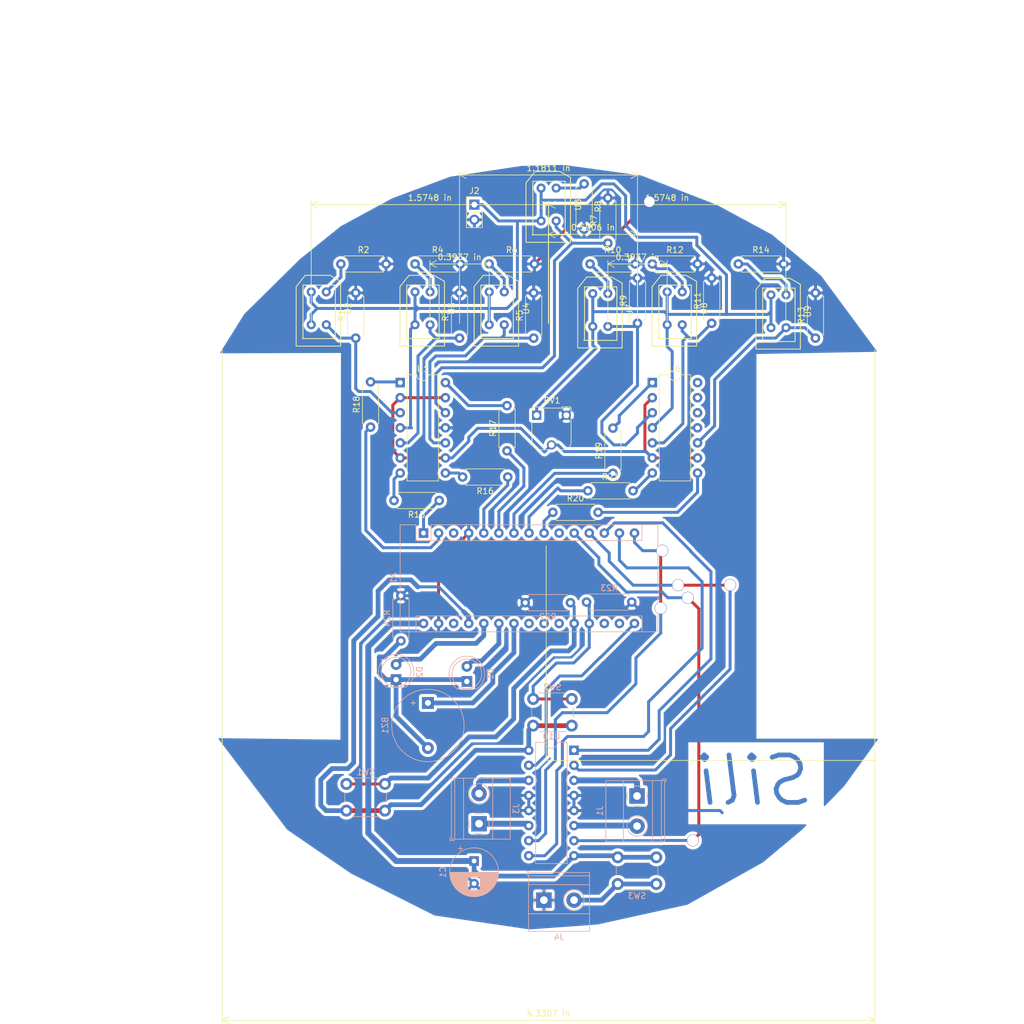
<source format=kicad_pcb>
(kicad_pcb (version 20171130) (host pcbnew 5.1.4-e60b266~84~ubuntu18.04.1)
  (title_block (title SILI_Nano) (date 2019-11-14) (company "Robotics and Automation Center") (comment 1 "Created by : Your friendly neighbourhood SPIDY ") (comment 2 "SPIDY "))
  (layers (0 F.Cu signal) (31 B.Cu signal) (34 B.Paste user) (35 F.Paste user) (36 B.SilkS user) (37 F.SilkS user) (38 B.Mask user) (39 F.Mask user) (44 Edge.Cuts user))
  (net 0 "")
  (net 1 /Sheet5D8E0D89/S1)
  (net 2 /Sheet5D8E0D89/S0)
  (net 3 "Net-(A1-Pad14)")
  (net 4 "Net-(A1-Pad13)")
  (net 5 "Net-(A1-Pad28)")
  (net 6 "Net-(A1-Pad12)")
  (net 7 "Net-(A1-Pad27)")
  (net 8 "Net-(A1-Pad11)")
  (net 9 "Net-(A1-Pad10)")
  (net 10 "Net-(A1-Pad24)")
  (net 11 "Net-(A1-Pad23)")
  (net 12 "Net-(A1-Pad22)")
  (net 13 /Sheet5D8E0D89/S6)
  (net 14 /Sheet5D8E0D89/S5)
  (net 15 /Sheet5D8E0D89/S4)
  (net 16 "Net-(A1-Pad3)")
  (net 17 /Sheet5D8E0D89/S3)
  (net 18 /Sheet5D8E0D89/S2)
  (net 19 /Sheet5D8E0D89/powerGND)
  (net 20 /Sheet5D8E0D89/power5)
  (net 21 "Net-(R1-Pad1)")
  (net 22 "Net-(R2-Pad1)")
  (net 23 "Net-(R3-Pad1)")
  (net 24 "Net-(R4-Pad1)")
  (net 25 "Net-(R5-Pad1)")
  (net 26 "Net-(R6-Pad1)")
  (net 27 "Net-(R7-Pad1)")
  (net 28 "Net-(R8-Pad1)")
  (net 29 "Net-(R9-Pad1)")
  (net 30 "Net-(R10-Pad1)")
  (net 31 "Net-(R11-Pad1)")
  (net 32 "Net-(R12-Pad1)")
  (net 33 "Net-(R13-Pad1)")
  (net 34 "Net-(R14-Pad1)")
  (net 35 "Net-(R15-Pad2)")
  (net 36 "Net-(R16-Pad2)")
  (net 37 "Net-(R17-Pad2)")
  (net 38 "Net-(R18-Pad2)")
  (net 39 "Net-(R19-Pad2)")
  (net 40 "Net-(R20-Pad2)")
  (net 41 "Net-(R21-Pad2)")
  (net 42 "Net-(RV1-Pad2)")
  (net 43 "Net-(A1-Pad16)")
  (net 44 "Net-(A1-Pad15)")
  (net 45 "Net-(A1-Pad21)")
  (net 46 "Net-(A1-Pad20)")
  (net 47 "Net-(A1-Pad19)")
  (net 48 "Net-(A1-Pad18)")
  (net 49 "Net-(A1-Pad17)")
  (net 50 "Net-(J1-Pad2)")
  (net 51 "Net-(J1-Pad1)")
  (net 52 "Net-(J3-Pad2)")
  (net 53 "Net-(J3-Pad1)")
  (net 54 +12V)
  (net 55 "Net-(BZ1-Pad2)")
  (net 56 "Net-(J4-Pad2)")
  (net 57 "Net-(A1-Pad26)")
  (net 58 "Net-(A1-Pad25)")
  (module Resistor_THT:R_Axial_DIN0207_L6.3mm_D2.5mm_P7.62mm_Horizontal (layer B.Cu) (at 146.0754 104.5972)
    (fp_text reference R22 (at 3.81 2.37) (layer B.SilkS) (effects (justify mirror)))
    (fp_text value 10k)
    (pad 2 thru_hole oval (at 7.62 0) (size 1.6 1.6) (drill 0.8) (layers *.Cu *.Mask) (net 46 "Net-(A1-Pad20)"))
    (pad 1 thru_hole circle (at 0 0) (size 1.6 1.6) (drill 0.8) (layers *.Cu *.Mask) (net 19 /Sheet5D8E0D89/powerGND))
  )
  (module Resistor_THT:R_Axial_DIN0207_L6.3mm_D2.5mm_P7.62mm_Horizontal (layer F.Cu) (at 150.7363 89.3699)
    (fp_text reference R20 (at 3.81 -2.37) (layer F.SilkS))
    (fp_text value 330)
    (pad 2 thru_hole oval (at 7.62 0) (size 1.6 1.6) (drill 0.8) (layers *.Cu *.Mask) (net 40 "Net-(R20-Pad2)"))
    (pad 1 thru_hole circle (at 0 0) (size 1.6 1.6) (drill 0.8) (layers *.Cu *.Mask) (net 13 /Sheet5D8E0D89/S6))
  )
  (module Button_Switch_THT:SW_PUSH_6mm (layer B.Cu) (at 161.671 152.019)
    (fp_text reference SW3 (at 3.25 2) (layer B.SilkS) (effects (justify mirror)))
    (fp_text value SW_Push)
    (pad 2 thru_hole circle (at 0 -4.5 270) (size 2 2) (drill 1.1) (layers *.Cu *.Mask) (net 54 +12V))
    (pad 1 thru_hole circle (at 0 0 270) (size 2 2) (drill 1.1) (layers *.Cu *.Mask) (net 56 "Net-(J4-Pad2)"))
    (pad 2 thru_hole circle (at 6.5 -4.5 270) (size 2 2) (drill 1.1) (layers *.Cu *.Mask) (net 54 +12V))
    (pad 1 thru_hole circle (at 6.5 0 270) (size 2 2) (drill 1.1) (layers *.Cu *.Mask) (net 56 "Net-(J4-Pad2)"))
  )
  (module Resistor_THT:R_Axial_DIN0207_L6.3mm_D2.5mm_P7.62mm_Horizontal (layer B.Cu) (at 125.1204 103.4161 270)
    (fp_text reference R24 (at 3.81 2.37 90) (layer B.SilkS) (effects (justify mirror)))
    (fp_text value 10k)
    (pad 1 thru_hole circle (at 0 0 270) (size 1.6 1.6) (drill 0.8) (layers *.Cu *.Mask) (net 19 /Sheet5D8E0D89/powerGND))
    (pad 2 thru_hole oval (at 7.62 0 270) (size 1.6 1.6) (drill 0.8) (layers *.Cu *.Mask) (net 55 "Net-(BZ1-Pad2)"))
  )
  (module Buzzer_Beeper:Buzzer_12x9.5RM7.6 (layer B.Cu) (at 129.667 121.5009 270)
    (fp_text reference BZ1 (at 3.8 7.2 90) (layer B.SilkS) (effects (justify mirror)))
    (fp_text value Buzzer)
    (fp_text user + (at -0.01 2.54 90) (layer B.SilkS) (effects (justify mirror)))
    (pad 1 thru_hole rect (at 0 0 270) (size 2 2) (drill 1) (layers *.Cu *.Mask) (net 10 "Net-(A1-Pad24)"))
    (pad 2 thru_hole circle (at 7.6 0 270) (size 2 2) (drill 1) (layers *.Cu *.Mask) (net 55 "Net-(BZ1-Pad2)"))
  )
  (module Package_DIP:DIP-16_W7.62mm (layer B.Cu) (at 154.2923 129.4765 180)
    (fp_text reference U10 (at 3.81 2.33) (layer B.SilkS) (effects (justify mirror)))
    (fp_text value L293D)
    (pad 16 thru_hole oval (at 7.62 0 180) (size 1.6 1.6) (drill 0.8) (layers *.Cu *.Mask) (net 7 "Net-(A1-Pad27)"))
    (pad 8 thru_hole oval (at 0 -17.78 180) (size 1.6 1.6) (drill 0.8) (layers *.Cu *.Mask) (net 54 +12V))
    (pad 15 thru_hole oval (at 7.62 -2.54 180) (size 1.6 1.6) (drill 0.8) (layers *.Cu *.Mask) (net 43 "Net-(A1-Pad16)"))
    (pad 7 thru_hole oval (at 0 -15.24 180) (size 1.6 1.6) (drill 0.8) (layers *.Cu *.Mask) (net 8 "Net-(A1-Pad11)"))
    (pad 14 thru_hole oval (at 7.62 -5.08 180) (size 1.6 1.6) (drill 0.8) (layers *.Cu *.Mask) (net 52 "Net-(J3-Pad2)"))
    (pad 6 thru_hole oval (at 0 -12.7 180) (size 1.6 1.6) (drill 0.8) (layers *.Cu *.Mask) (net 50 "Net-(J1-Pad2)"))
    (pad 13 thru_hole oval (at 7.62 -7.62 180) (size 1.6 1.6) (drill 0.8) (layers *.Cu *.Mask) (net 19 /Sheet5D8E0D89/powerGND))
    (pad 5 thru_hole oval (at 0 -10.16 180) (size 1.6 1.6) (drill 0.8) (layers *.Cu *.Mask) (net 19 /Sheet5D8E0D89/powerGND))
    (pad 12 thru_hole oval (at 7.62 -10.16 180) (size 1.6 1.6) (drill 0.8) (layers *.Cu *.Mask) (net 19 /Sheet5D8E0D89/powerGND))
    (pad 4 thru_hole oval (at 0 -7.62 180) (size 1.6 1.6) (drill 0.8) (layers *.Cu *.Mask) (net 19 /Sheet5D8E0D89/powerGND))
    (pad 11 thru_hole oval (at 7.62 -12.7 180) (size 1.6 1.6) (drill 0.8) (layers *.Cu *.Mask) (net 53 "Net-(J3-Pad1)"))
    (pad 3 thru_hole oval (at 0 -5.08 180) (size 1.6 1.6) (drill 0.8) (layers *.Cu *.Mask) (net 51 "Net-(J1-Pad1)"))
    (pad 10 thru_hole oval (at 7.62 -15.24 180) (size 1.6 1.6) (drill 0.8) (layers *.Cu *.Mask) (net 44 "Net-(A1-Pad15)"))
    (pad 2 thru_hole oval (at 0 -2.54 180) (size 1.6 1.6) (drill 0.8) (layers *.Cu *.Mask) (net 6 "Net-(A1-Pad12)"))
    (pad 9 thru_hole oval (at 7.62 -17.78 180) (size 1.6 1.6) (drill 0.8) (layers *.Cu *.Mask) (net 3 "Net-(A1-Pad14)"))
    (pad 1 thru_hole rect (at 0 0 180) (size 1.6 1.6) (drill 0.8) (layers *.Cu *.Mask) (net 4 "Net-(A1-Pad13)"))
  )
  (module Button_Switch_THT:SW_PUSH_6mm (layer B.Cu) (at 153.9113 120.8278 180)
    (fp_text reference SW2 (at 3.25 2) (layer B.SilkS) (effects (justify mirror)))
    (fp_text value SW_Push)
    (pad 1 thru_hole circle (at 6.5 0 90) (size 2 2) (drill 1.1) (layers *.Cu *.Mask) (net 47 "Net-(A1-Pad19)"))
    (pad 2 thru_hole circle (at 6.5 -4.5 90) (size 2 2) (drill 1.1) (layers *.Cu *.Mask) (net 7 "Net-(A1-Pad27)"))
    (pad 1 thru_hole circle (at 0 0 90) (size 2 2) (drill 1.1) (layers *.Cu *.Mask) (net 47 "Net-(A1-Pad19)"))
    (pad 2 thru_hole circle (at 0 -4.5 90) (size 2 2) (drill 1.1) (layers *.Cu *.Mask) (net 7 "Net-(A1-Pad27)"))
  )
  (module Button_Switch_THT:SW_PUSH_6mm (layer B.Cu) (at 122.428 135.1534 180)
    (fp_text reference SW1 (at 3.25 2) (layer B.SilkS) (effects (justify mirror)))
    (fp_text value SW_Push)
    (pad 1 thru_hole circle (at 6.5 0 90) (size 2 2) (drill 1.1) (layers *.Cu *.Mask) (net 46 "Net-(A1-Pad20)"))
    (pad 2 thru_hole circle (at 6.5 -4.5 90) (size 2 2) (drill 1.1) (layers *.Cu *.Mask) (net 7 "Net-(A1-Pad27)"))
    (pad 1 thru_hole circle (at 0 0 90) (size 2 2) (drill 1.1) (layers *.Cu *.Mask) (net 46 "Net-(A1-Pad20)"))
    (pad 2 thru_hole circle (at 0 -4.5 90) (size 2 2) (drill 1.1) (layers *.Cu *.Mask) (net 7 "Net-(A1-Pad27)"))
  )
  (module Resistor_THT:R_Axial_DIN0207_L6.3mm_D2.5mm_P7.62mm_Horizontal (layer B.Cu) (at 164.0332 104.4956 180)
    (fp_text reference R23 (at 3.81 2.37) (layer B.SilkS) (effects (justify mirror)))
    (fp_text value 10k)
    (pad 2 thru_hole oval (at 7.62 0 180) (size 1.6 1.6) (drill 0.8) (layers *.Cu *.Mask) (net 47 "Net-(A1-Pad19)"))
    (pad 1 thru_hole circle (at 0 0 180) (size 1.6 1.6) (drill 0.8) (layers *.Cu *.Mask) (net 19 /Sheet5D8E0D89/powerGND))
  )
  (module TerminalBlock_Phoenix:TerminalBlock_Phoenix_MKDS-1,5-2-5.08_1x02_P5.08mm_Horizontal (layer B.Cu) (at 149.225 154.7368)
    (fp_text reference J4 (at 2.54 6.26) (layer B.SilkS) (effects (justify mirror)))
    (fp_text value Screw_Terminal_01x02)
    (pad 1 thru_hole rect (at 0 0) (size 2.6 2.6) (drill 1.3) (layers *.Cu *.Mask) (net 19 /Sheet5D8E0D89/powerGND))
    (pad 2 thru_hole circle (at 5.08 0) (size 2.6 2.6) (drill 1.3) (layers *.Cu *.Mask) (net 56 "Net-(J4-Pad2)"))
  )
  (module TerminalBlock_Phoenix:TerminalBlock_Phoenix_MKDS-1,5-2-5.08_1x02_P5.08mm_Horizontal (layer B.Cu) (at 138.2903 141.859 90)
    (fp_text reference J3 (at 2.54 6.26 90) (layer B.SilkS) (effects (justify mirror)))
    (fp_text value Screw_Terminal_01x02)
    (pad 1 thru_hole rect (at 0 0 90) (size 2.6 2.6) (drill 1.3) (layers *.Cu *.Mask) (net 53 "Net-(J3-Pad1)"))
    (pad 2 thru_hole circle (at 5.08 0 90) (size 2.6 2.6) (drill 1.3) (layers *.Cu *.Mask) (net 52 "Net-(J3-Pad2)"))
  )
  (module TerminalBlock_Phoenix:TerminalBlock_Phoenix_MKDS-1,5-2-5.08_1x02_P5.08mm_Horizontal (layer B.Cu) (at 164.9222 137.1854 270)
    (fp_text reference J1 (at 2.54 6.26 90) (layer B.SilkS) (effects (justify mirror)))
    (fp_text value Screw_Terminal_01x02)
    (pad 1 thru_hole rect (at 0 0 270) (size 2.6 2.6) (drill 1.3) (layers *.Cu *.Mask) (net 51 "Net-(J1-Pad1)"))
    (pad 2 thru_hole circle (at 5.08 0 270) (size 2.6 2.6) (drill 1.3) (layers *.Cu *.Mask) (net 50 "Net-(J1-Pad2)"))
  )
  (module LED_THT:LED_D5.0mm (layer B.Cu) (at 124.3076 117.5639 90)
    (fp_text reference D2 (at 1.27 3.96 90) (layer B.SilkS) (effects (justify mirror)))
    (fp_text value LED)
    (pad 2 thru_hole circle (at 2.54 0 90) (size 1.8 1.8) (drill 0.9) (layers *.Cu *.Mask) (net 57 "Net-(A1-Pad26)"))
    (pad 1 thru_hole rect (at 0 0 90) (size 1.8 1.8) (drill 0.9) (layers *.Cu *.Mask) (net 55 "Net-(BZ1-Pad2)"))
  )
  (module LED_THT:LED_D5.0mm (layer B.Cu) (at 136.2329 117.8814 90)
    (fp_text reference D1 (at 1.27 3.96 90) (layer B.SilkS) (effects (justify mirror)))
    (fp_text value LED)
    (pad 2 thru_hole circle (at 2.54 0 90) (size 1.8 1.8) (drill 0.9) (layers *.Cu *.Mask) (net 58 "Net-(A1-Pad25)"))
    (pad 1 thru_hole rect (at 0 0 90) (size 1.8 1.8) (drill 0.9) (layers *.Cu *.Mask) (net 55 "Net-(BZ1-Pad2)"))
  )
  (module Capacitor_THT:CP_Radial_D8.0mm_P3.80mm (layer B.Cu) (at 137.4521 148.1455 270)
    (fp_text reference C1 (at 1.9 5.25 90) (layer B.SilkS) (effects (justify mirror)))
    (fp_text value CP)
    (pad 1 thru_hole rect (at 0 0 270) (size 1.6 1.6) (drill 0.8) (layers *.Cu *.Mask) (net 54 +12V))
    (pad 2 thru_hole circle (at 3.8 0 270) (size 1.6 1.6) (drill 0.8) (layers *.Cu *.Mask) (net 19 /Sheet5D8E0D89/powerGND))
  )
  (module Module:Arduino_Nano (layer B.Cu) (at 128.9304 92.8624 270)
    (fp_text reference A1 (at 7.62 5.08 90) (layer B.SilkS) (effects (justify mirror)))
    (fp_text value Arduino_Nano_v3.x)
    (pad 16 thru_hole oval (at 15.24 -35.56 270) (size 1.6 1.6) (drill 0.8) (layers *.Cu *.Mask) (net 43 "Net-(A1-Pad16)"))
    (pad 15 thru_hole oval (at 0 -35.56 270) (size 1.6 1.6) (drill 0.8) (layers *.Cu *.Mask) (net 44 "Net-(A1-Pad15)"))
    (pad 30 thru_hole oval (at 15.24 0 270) (size 1.6 1.6) (drill 0.8) (layers *.Cu *.Mask) (net 54 +12V))
    (pad 14 thru_hole oval (at 0 -33.02 270) (size 1.6 1.6) (drill 0.8) (layers *.Cu *.Mask) (net 3 "Net-(A1-Pad14)"))
    (pad 29 thru_hole oval (at 15.24 -2.54 270) (size 1.6 1.6) (drill 0.8) (layers *.Cu *.Mask) (net 19 /Sheet5D8E0D89/powerGND))
    (pad 13 thru_hole oval (at 0 -30.48 270) (size 1.6 1.6) (drill 0.8) (layers *.Cu *.Mask) (net 4 "Net-(A1-Pad13)"))
    (pad 28 thru_hole oval (at 15.24 -5.08 270) (size 1.6 1.6) (drill 0.8) (layers *.Cu *.Mask) (net 5 "Net-(A1-Pad28)"))
    (pad 12 thru_hole oval (at 0 -27.94 270) (size 1.6 1.6) (drill 0.8) (layers *.Cu *.Mask) (net 6 "Net-(A1-Pad12)"))
    (pad 27 thru_hole oval (at 15.24 -7.62 270) (size 1.6 1.6) (drill 0.8) (layers *.Cu *.Mask) (net 7 "Net-(A1-Pad27)"))
    (pad 11 thru_hole oval (at 0 -25.4 270) (size 1.6 1.6) (drill 0.8) (layers *.Cu *.Mask) (net 8 "Net-(A1-Pad11)"))
    (pad 26 thru_hole oval (at 15.24 -10.16 270) (size 1.6 1.6) (drill 0.8) (layers *.Cu *.Mask) (net 57 "Net-(A1-Pad26)"))
    (pad 10 thru_hole oval (at 0 -22.86 270) (size 1.6 1.6) (drill 0.8) (layers *.Cu *.Mask) (net 9 "Net-(A1-Pad10)"))
    (pad 25 thru_hole oval (at 15.24 -12.7 270) (size 1.6 1.6) (drill 0.8) (layers *.Cu *.Mask) (net 58 "Net-(A1-Pad25)"))
    (pad 9 thru_hole oval (at 0 -20.32 270) (size 1.6 1.6) (drill 0.8) (layers *.Cu *.Mask) (net 13 /Sheet5D8E0D89/S6))
    (pad 24 thru_hole oval (at 15.24 -15.24 270) (size 1.6 1.6) (drill 0.8) (layers *.Cu *.Mask) (net 10 "Net-(A1-Pad24)"))
    (pad 8 thru_hole oval (at 0 -17.78 270) (size 1.6 1.6) (drill 0.8) (layers *.Cu *.Mask) (net 14 /Sheet5D8E0D89/S5))
    (pad 23 thru_hole oval (at 15.24 -17.78 270) (size 1.6 1.6) (drill 0.8) (layers *.Cu *.Mask) (net 11 "Net-(A1-Pad23)"))
    (pad 7 thru_hole oval (at 0 -15.24 270) (size 1.6 1.6) (drill 0.8) (layers *.Cu *.Mask) (net 15 /Sheet5D8E0D89/S4))
    (pad 22 thru_hole oval (at 15.24 -20.32 270) (size 1.6 1.6) (drill 0.8) (layers *.Cu *.Mask) (net 12 "Net-(A1-Pad22)"))
    (pad 6 thru_hole oval (at 0 -12.7 270) (size 1.6 1.6) (drill 0.8) (layers *.Cu *.Mask) (net 17 /Sheet5D8E0D89/S3))
    (pad 21 thru_hole oval (at 15.24 -22.86 270) (size 1.6 1.6) (drill 0.8) (layers *.Cu *.Mask) (net 45 "Net-(A1-Pad21)"))
    (pad 5 thru_hole oval (at 0 -10.16 270) (size 1.6 1.6) (drill 0.8) (layers *.Cu *.Mask) (net 18 /Sheet5D8E0D89/S2))
    (pad 20 thru_hole oval (at 15.24 -25.4 270) (size 1.6 1.6) (drill 0.8) (layers *.Cu *.Mask) (net 46 "Net-(A1-Pad20)"))
    (pad 4 thru_hole oval (at 0 -7.62 270) (size 1.6 1.6) (drill 0.8) (layers *.Cu *.Mask) (net 19 /Sheet5D8E0D89/powerGND))
    (pad 19 thru_hole oval (at 15.24 -27.94 270) (size 1.6 1.6) (drill 0.8) (layers *.Cu *.Mask) (net 47 "Net-(A1-Pad19)"))
    (pad 3 thru_hole oval (at 0 -5.08 270) (size 1.6 1.6) (drill 0.8) (layers *.Cu *.Mask) (net 16 "Net-(A1-Pad3)"))
    (pad 18 thru_hole oval (at 15.24 -30.48 270) (size 1.6 1.6) (drill 0.8) (layers *.Cu *.Mask) (net 48 "Net-(A1-Pad18)"))
    (pad 2 thru_hole oval (at 0 -2.54 270) (size 1.6 1.6) (drill 0.8) (layers *.Cu *.Mask) (net 2 /Sheet5D8E0D89/S0))
    (pad 17 thru_hole oval (at 15.24 -33.02 270) (size 1.6 1.6) (drill 0.8) (layers *.Cu *.Mask) (net 49 "Net-(A1-Pad17)"))
    (pad 1 thru_hole rect (at 0 0 270) (size 1.6 1.6) (drill 0.8) (layers *.Cu *.Mask) (net 1 /Sheet5D8E0D89/S1))
  )
  (module Resistor_THT:R_Axial_DIN0207_L6.3mm_D2.5mm_P7.62mm_Horizontal (layer F.Cu) (at 182 47.5)
    (fp_text reference R14 (at 3.81 -2.37) (layer F.SilkS))
    (fp_text value 100)
    (pad 1 thru_hole circle (at 0 0) (size 1.6 1.6) (drill 0.8) (layers *.Cu *.Mask) (net 34 "Net-(R14-Pad1)"))
    (pad 2 thru_hole oval (at 7.62 0) (size 1.6 1.6) (drill 0.8) (layers *.Cu *.Mask) (net 19 /Sheet5D8E0D89/powerGND))
  )
  (module "selfLibrary:TCRT 5000" (layer F.Cu) (at 187.5 55.5 90)
    (fp_text reference U9 (at 0 6.223 90) (layer F.SilkS))
    (fp_text value TCRT5000)
    (pad 1 thru_hole circle (at 2.794 0 90) (size 1.524 1.524) (drill 0.762) (layers *.Cu *.Mask) (net 20 /Sheet5D8E0D89/power5))
    (pad 4 thru_hole circle (at -2.7432 0 90) (size 1.524 1.524) (drill 0.762) (layers *.Cu *.Mask) (net 20 /Sheet5D8E0D89/power5))
    (pad 2 thru_hole circle (at 2.794 2.54 90) (size 1.524 1.524) (drill 0.762) (layers *.Cu *.Mask) (net 34 "Net-(R14-Pad1)"))
    (pad 3 thru_hole circle (at -2.7432 2.54 90) (size 1.524 1.524) (drill 0.762) (layers *.Cu *.Mask) (net 33 "Net-(R13-Pad1)"))
  )
  (module Resistor_THT:R_Axial_DIN0207_L6.3mm_D2.5mm_P7.62mm_Horizontal (layer F.Cu) (at 156 34 270)
    (fp_text reference R8 (at 3.81 -2.37 90) (layer F.SilkS))
    (fp_text value 100)
    (pad 1 thru_hole circle (at 0 0 270) (size 1.6 1.6) (drill 0.8) (layers *.Cu *.Mask) (net 28 "Net-(R8-Pad1)"))
    (pad 2 thru_hole oval (at 7.62 0 270) (size 1.6 1.6) (drill 0.8) (layers *.Cu *.Mask) (net 19 /Sheet5D8E0D89/powerGND))
  )
  (module Resistor_THT:R_Axial_DIN0207_L6.3mm_D2.5mm_P7.62mm_Horizontal (layer F.Cu) (at 160 44 90)
    (fp_text reference R7 (at 3.81 -2.37 90) (layer F.SilkS))
    (fp_text value 10K)
    (pad 1 thru_hole circle (at 0 0 90) (size 1.6 1.6) (drill 0.8) (layers *.Cu *.Mask) (net 27 "Net-(R7-Pad1)"))
    (pad 2 thru_hole oval (at 7.62 0 90) (size 1.6 1.6) (drill 0.8) (layers *.Cu *.Mask) (net 19 /Sheet5D8E0D89/powerGND))
  )
  (module "selfLibrary:TCRT 5000" (layer F.Cu) (at 110 55 90)
    (fp_text reference U2 (at 0 6.223 90) (layer F.SilkS))
    (fp_text value TCRT5000)
    (pad 1 thru_hole circle (at 2.794 0 90) (size 1.524 1.524) (drill 0.762) (layers *.Cu *.Mask) (net 20 /Sheet5D8E0D89/power5))
    (pad 4 thru_hole circle (at -2.7432 0 90) (size 1.524 1.524) (drill 0.762) (layers *.Cu *.Mask) (net 20 /Sheet5D8E0D89/power5))
    (pad 2 thru_hole circle (at 2.794 2.54 90) (size 1.524 1.524) (drill 0.762) (layers *.Cu *.Mask) (net 22 "Net-(R2-Pad1)"))
    (pad 3 thru_hole circle (at -2.7432 2.54 90) (size 1.524 1.524) (drill 0.762) (layers *.Cu *.Mask) (net 21 "Net-(R1-Pad1)"))
  )
  (module "selfLibrary:TCRT 5000" (layer F.Cu) (at 170 55 90)
    (fp_text reference U8 (at 0 6.223 90) (layer F.SilkS))
    (fp_text value TCRT5000)
    (pad 1 thru_hole circle (at 2.794 0 90) (size 1.524 1.524) (drill 0.762) (layers *.Cu *.Mask) (net 20 /Sheet5D8E0D89/power5))
    (pad 4 thru_hole circle (at -2.7432 0 90) (size 1.524 1.524) (drill 0.762) (layers *.Cu *.Mask) (net 20 /Sheet5D8E0D89/power5))
    (pad 2 thru_hole circle (at 2.794 2.54 90) (size 1.524 1.524) (drill 0.762) (layers *.Cu *.Mask) (net 32 "Net-(R12-Pad1)"))
    (pad 3 thru_hole circle (at -2.7432 2.54 90) (size 1.524 1.524) (drill 0.762) (layers *.Cu *.Mask) (net 31 "Net-(R11-Pad1)"))
  )
  (module "selfLibrary:TCRT 5000" (layer F.Cu) (at 157.46 55.294 90)
    (fp_text reference U7 (at 0 6.223 90) (layer F.SilkS))
    (fp_text value TCRT5000)
    (pad 1 thru_hole circle (at 2.794 0 90) (size 1.524 1.524) (drill 0.762) (layers *.Cu *.Mask) (net 20 /Sheet5D8E0D89/power5))
    (pad 4 thru_hole circle (at -2.7432 0 90) (size 1.524 1.524) (drill 0.762) (layers *.Cu *.Mask) (net 20 /Sheet5D8E0D89/power5))
    (pad 2 thru_hole circle (at 2.794 2.54 90) (size 1.524 1.524) (drill 0.762) (layers *.Cu *.Mask) (net 30 "Net-(R10-Pad1)"))
    (pad 3 thru_hole circle (at -2.7432 2.54 90) (size 1.524 1.524) (drill 0.762) (layers *.Cu *.Mask) (net 29 "Net-(R9-Pad1)"))
  )
  (module Package_DIP:DIP-14_W7.62mm (layer F.Cu) (at 167.5 67.5)
    (fp_text reference U6 (at 3.81 -2.33) (layer F.SilkS))
    (fp_text value LM324)
    (pad 1 thru_hole rect (at 0 0) (size 1.6 1.6) (drill 0.8) (layers *.Cu *.Mask) (net 39 "Net-(R19-Pad2)"))
    (pad 8 thru_hole oval (at 7.62 15.24) (size 1.6 1.6) (drill 0.8) (layers *.Cu *.Mask) (net 40 "Net-(R20-Pad2)"))
    (pad 2 thru_hole oval (at 0 2.54) (size 1.6 1.6) (drill 0.8) (layers *.Cu *.Mask) (net 42 "Net-(RV1-Pad2)"))
    (pad 9 thru_hole oval (at 7.62 12.7) (size 1.6 1.6) (drill 0.8) (layers *.Cu *.Mask) (net 42 "Net-(RV1-Pad2)"))
    (pad 3 thru_hole oval (at 0 5.08) (size 1.6 1.6) (drill 0.8) (layers *.Cu *.Mask) (net 29 "Net-(R9-Pad1)"))
    (pad 10 thru_hole oval (at 7.62 10.16) (size 1.6 1.6) (drill 0.8) (layers *.Cu *.Mask) (net 33 "Net-(R13-Pad1)"))
    (pad 4 thru_hole oval (at 0 7.62) (size 1.6 1.6) (drill 0.8) (layers *.Cu *.Mask) (net 20 /Sheet5D8E0D89/power5))
    (pad 11 thru_hole oval (at 7.62 7.62) (size 1.6 1.6) (drill 0.8) (layers *.Cu *.Mask) (net 19 /Sheet5D8E0D89/powerGND))
    (pad 5 thru_hole oval (at 0 10.16) (size 1.6 1.6) (drill 0.8) (layers *.Cu *.Mask) (net 31 "Net-(R11-Pad1)"))
    (pad 12 thru_hole oval (at 7.62 5.08) (size 1.6 1.6) (drill 0.8) (layers *.Cu *.Mask))
    (pad 6 thru_hole oval (at 0 12.7) (size 1.6 1.6) (drill 0.8) (layers *.Cu *.Mask) (net 42 "Net-(RV1-Pad2)"))
    (pad 13 thru_hole oval (at 7.62 2.54) (size 1.6 1.6) (drill 0.8) (layers *.Cu *.Mask))
    (pad 7 thru_hole oval (at 0 15.24) (size 1.6 1.6) (drill 0.8) (layers *.Cu *.Mask) (net 41 "Net-(R21-Pad2)"))
    (pad 14 thru_hole oval (at 7.62 0) (size 1.6 1.6) (drill 0.8) (layers *.Cu *.Mask))
  )
  (module "selfLibrary:TCRT 5000" (layer F.Cu) (at 148.75 37.5 90)
    (fp_text reference U5 (at 0 6.223 90) (layer F.SilkS))
    (fp_text value TCRT5000)
    (pad 1 thru_hole circle (at 2.794 0 90) (size 1.524 1.524) (drill 0.762) (layers *.Cu *.Mask) (net 20 /Sheet5D8E0D89/power5))
    (pad 4 thru_hole circle (at -2.7432 0 90) (size 1.524 1.524) (drill 0.762) (layers *.Cu *.Mask) (net 20 /Sheet5D8E0D89/power5))
    (pad 2 thru_hole circle (at 2.794 2.54 90) (size 1.524 1.524) (drill 0.762) (layers *.Cu *.Mask) (net 28 "Net-(R8-Pad1)"))
    (pad 3 thru_hole circle (at -2.7432 2.54 90) (size 1.524 1.524) (drill 0.762) (layers *.Cu *.Mask) (net 27 "Net-(R7-Pad1)"))
  )
  (module "selfLibrary:TCRT 5000" (layer F.Cu) (at 140 55 90)
    (fp_text reference U4 (at 0 6.223 90) (layer F.SilkS))
    (fp_text value TCRT5000)
    (pad 1 thru_hole circle (at 2.794 0 90) (size 1.524 1.524) (drill 0.762) (layers *.Cu *.Mask) (net 20 /Sheet5D8E0D89/power5))
    (pad 4 thru_hole circle (at -2.7432 0 90) (size 1.524 1.524) (drill 0.762) (layers *.Cu *.Mask) (net 20 /Sheet5D8E0D89/power5))
    (pad 2 thru_hole circle (at 2.794 2.54 90) (size 1.524 1.524) (drill 0.762) (layers *.Cu *.Mask) (net 26 "Net-(R6-Pad1)"))
    (pad 3 thru_hole circle (at -2.7432 2.54 90) (size 1.524 1.524) (drill 0.762) (layers *.Cu *.Mask) (net 25 "Net-(R5-Pad1)"))
  )
  (module "selfLibrary:TCRT 5000" (layer F.Cu) (at 127.5 55 90)
    (fp_text reference U3 (at 0 6.223 90) (layer F.SilkS))
    (fp_text value TCRT5000)
    (pad 1 thru_hole circle (at 2.794 0 90) (size 1.524 1.524) (drill 0.762) (layers *.Cu *.Mask) (net 20 /Sheet5D8E0D89/power5))
    (pad 4 thru_hole circle (at -2.7432 0 90) (size 1.524 1.524) (drill 0.762) (layers *.Cu *.Mask) (net 20 /Sheet5D8E0D89/power5))
    (pad 2 thru_hole circle (at 2.794 2.54 90) (size 1.524 1.524) (drill 0.762) (layers *.Cu *.Mask) (net 24 "Net-(R4-Pad1)"))
    (pad 3 thru_hole circle (at -2.7432 2.54 90) (size 1.524 1.524) (drill 0.762) (layers *.Cu *.Mask) (net 23 "Net-(R3-Pad1)"))
  )
  (module Package_DIP:DIP-14_W7.62mm (layer F.Cu) (at 125 67.5)
    (fp_text reference U1 (at 3.81 -2.33) (layer F.SilkS))
    (fp_text value LM324)
    (pad 1 thru_hole rect (at 0 0) (size 1.6 1.6) (drill 0.8) (layers *.Cu *.Mask) (net 38 "Net-(R18-Pad2)"))
    (pad 8 thru_hole oval (at 7.62 15.24) (size 1.6 1.6) (drill 0.8) (layers *.Cu *.Mask) (net 36 "Net-(R16-Pad2)"))
    (pad 2 thru_hole oval (at 0 2.54) (size 1.6 1.6) (drill 0.8) (layers *.Cu *.Mask) (net 42 "Net-(RV1-Pad2)"))
    (pad 9 thru_hole oval (at 7.62 12.7) (size 1.6 1.6) (drill 0.8) (layers *.Cu *.Mask) (net 42 "Net-(RV1-Pad2)"))
    (pad 3 thru_hole oval (at 0 5.08) (size 1.6 1.6) (drill 0.8) (layers *.Cu *.Mask) (net 21 "Net-(R1-Pad1)"))
    (pad 10 thru_hole oval (at 7.62 10.16) (size 1.6 1.6) (drill 0.8) (layers *.Cu *.Mask) (net 25 "Net-(R5-Pad1)"))
    (pad 4 thru_hole oval (at 0 7.62) (size 1.6 1.6) (drill 0.8) (layers *.Cu *.Mask) (net 20 /Sheet5D8E0D89/power5))
    (pad 11 thru_hole oval (at 7.62 7.62) (size 1.6 1.6) (drill 0.8) (layers *.Cu *.Mask) (net 19 /Sheet5D8E0D89/powerGND))
    (pad 5 thru_hole oval (at 0 10.16) (size 1.6 1.6) (drill 0.8) (layers *.Cu *.Mask) (net 23 "Net-(R3-Pad1)"))
    (pad 12 thru_hole oval (at 7.62 5.08) (size 1.6 1.6) (drill 0.8) (layers *.Cu *.Mask) (net 27 "Net-(R7-Pad1)"))
    (pad 6 thru_hole oval (at 0 12.7) (size 1.6 1.6) (drill 0.8) (layers *.Cu *.Mask) (net 42 "Net-(RV1-Pad2)"))
    (pad 13 thru_hole oval (at 7.62 2.54) (size 1.6 1.6) (drill 0.8) (layers *.Cu *.Mask) (net 42 "Net-(RV1-Pad2)"))
    (pad 7 thru_hole oval (at 0 15.24) (size 1.6 1.6) (drill 0.8) (layers *.Cu *.Mask) (net 35 "Net-(R15-Pad2)"))
    (pad 14 thru_hole oval (at 7.62 0) (size 1.6 1.6) (drill 0.8) (layers *.Cu *.Mask) (net 37 "Net-(R17-Pad2)"))
  )
  (module Potentiometer_THT:Potentiometer_Runtron_RM-065_Vertical (layer F.Cu) (at 148 73)
    (fp_text reference RV1 (at 2.6 -2.5) (layer F.SilkS))
    (fp_text value R_POT)
    (pad 2 thru_hole circle (at 2.5 5) (size 1.55 1.55) (drill 1) (layers *.Cu *.Mask) (net 42 "Net-(RV1-Pad2)"))
    (pad 1 thru_hole rect (at 0 0) (size 1.55 1.55) (drill 1) (layers *.Cu *.Mask) (net 20 /Sheet5D8E0D89/power5))
    (pad 3 thru_hole circle (at 5 0) (size 1.55 1.55) (drill 1) (layers *.Cu *.Mask) (net 19 /Sheet5D8E0D89/powerGND))
  )
  (module Resistor_THT:R_Axial_DIN0207_L6.3mm_D2.5mm_P7.62mm_Horizontal (layer F.Cu) (at 156.6291 85.7377)
    (fp_text reference R21 (at 3.81 -2.37) (layer F.SilkS))
    (fp_text value 330)
    (pad 2 thru_hole oval (at 7.62 0) (size 1.6 1.6) (drill 0.8) (layers *.Cu *.Mask) (net 41 "Net-(R21-Pad2)"))
    (pad 1 thru_hole circle (at 0 0) (size 1.6 1.6) (drill 0.8) (layers *.Cu *.Mask) (net 14 /Sheet5D8E0D89/S5))
  )
  (module Resistor_THT:R_Axial_DIN0207_L6.3mm_D2.5mm_P7.62mm_Horizontal (layer F.Cu) (at 160.8582 82.7913 90)
    (fp_text reference R19 (at 3.81 -2.37 90) (layer F.SilkS))
    (fp_text value 330)
    (pad 2 thru_hole oval (at 7.62 0 90) (size 1.6 1.6) (drill 0.8) (layers *.Cu *.Mask) (net 39 "Net-(R19-Pad2)"))
    (pad 1 thru_hole circle (at 0 0 90) (size 1.6 1.6) (drill 0.8) (layers *.Cu *.Mask) (net 15 /Sheet5D8E0D89/S4))
  )
  (module Resistor_THT:R_Axial_DIN0207_L6.3mm_D2.5mm_P7.62mm_Horizontal (layer F.Cu) (at 120 75 90)
    (fp_text reference R18 (at 3.81 -2.37 90) (layer F.SilkS))
    (fp_text value 330)
    (pad 2 thru_hole oval (at 7.62 0 90) (size 1.6 1.6) (drill 0.8) (layers *.Cu *.Mask) (net 38 "Net-(R18-Pad2)"))
    (pad 1 thru_hole circle (at 0 0 90) (size 1.6 1.6) (drill 0.8) (layers *.Cu *.Mask) (net 2 /Sheet5D8E0D89/S0))
  )
  (module Resistor_THT:R_Axial_DIN0207_L6.3mm_D2.5mm_P7.62mm_Horizontal (layer F.Cu) (at 143 79 90)
    (fp_text reference R17 (at 3.81 -2.37 90) (layer F.SilkS))
    (fp_text value 330)
    (pad 2 thru_hole oval (at 7.62 0 90) (size 1.6 1.6) (drill 0.8) (layers *.Cu *.Mask) (net 37 "Net-(R17-Pad2)"))
    (pad 1 thru_hole circle (at 0 0 90) (size 1.6 1.6) (drill 0.8) (layers *.Cu *.Mask) (net 17 /Sheet5D8E0D89/S3))
  )
  (module Resistor_THT:R_Axial_DIN0207_L6.3mm_D2.5mm_P7.62mm_Horizontal (layer F.Cu) (at 143.129 83.4136 180)
    (fp_text reference R16 (at 3.81 -2.37) (layer F.SilkS))
    (fp_text value 330)
    (pad 2 thru_hole oval (at 7.62 0 180) (size 1.6 1.6) (drill 0.8) (layers *.Cu *.Mask) (net 36 "Net-(R16-Pad2)"))
    (pad 1 thru_hole circle (at 0 0 180) (size 1.6 1.6) (drill 0.8) (layers *.Cu *.Mask) (net 18 /Sheet5D8E0D89/S2))
  )
  (module Resistor_THT:R_Axial_DIN0207_L6.3mm_D2.5mm_P7.62mm_Horizontal (layer F.Cu) (at 131.572 87.376 180)
    (fp_text reference R15 (at 3.81 -2.37) (layer F.SilkS))
    (fp_text value 330)
    (pad 1 thru_hole circle (at 0 0 180) (size 1.6 1.6) (drill 0.8) (layers *.Cu *.Mask) (net 1 /Sheet5D8E0D89/S1))
    (pad 2 thru_hole oval (at 7.62 0 180) (size 1.6 1.6) (drill 0.8) (layers *.Cu *.Mask) (net 35 "Net-(R15-Pad2)"))
  )
  (module Resistor_THT:R_Axial_DIN0207_L6.3mm_D2.5mm_P7.62mm_Horizontal (layer F.Cu) (at 195 60 90)
    (fp_text reference R13 (at 3.81 -2.37 90) (layer F.SilkS))
    (fp_text value 10K)
    (pad 1 thru_hole circle (at 0 0 90) (size 1.6 1.6) (drill 0.8) (layers *.Cu *.Mask) (net 33 "Net-(R13-Pad1)"))
    (pad 2 thru_hole oval (at 7.62 0 90) (size 1.6 1.6) (drill 0.8) (layers *.Cu *.Mask) (net 19 /Sheet5D8E0D89/powerGND))
  )
  (module Resistor_THT:R_Axial_DIN0207_L6.3mm_D2.5mm_P7.62mm_Horizontal (layer F.Cu) (at 167.5 47.5)
    (fp_text reference R12 (at 3.81 -2.37) (layer F.SilkS))
    (fp_text value 100)
    (pad 1 thru_hole circle (at 0 0) (size 1.6 1.6) (drill 0.8) (layers *.Cu *.Mask) (net 32 "Net-(R12-Pad1)"))
    (pad 2 thru_hole oval (at 7.62 0) (size 1.6 1.6) (drill 0.8) (layers *.Cu *.Mask) (net 19 /Sheet5D8E0D89/powerGND))
  )
  (module Resistor_THT:R_Axial_DIN0207_L6.3mm_D2.5mm_P7.62mm_Horizontal (layer F.Cu) (at 177.5 57.5 90)
    (fp_text reference R11 (at 3.81 -2.37 90) (layer F.SilkS))
    (fp_text value 10K)
    (pad 1 thru_hole circle (at 0 0 90) (size 1.6 1.6) (drill 0.8) (layers *.Cu *.Mask) (net 31 "Net-(R11-Pad1)"))
    (pad 2 thru_hole oval (at 7.62 0 90) (size 1.6 1.6) (drill 0.8) (layers *.Cu *.Mask) (net 19 /Sheet5D8E0D89/powerGND))
  )
  (module Resistor_THT:R_Axial_DIN0207_L6.3mm_D2.5mm_P7.62mm_Horizontal (layer F.Cu) (at 157 47.5)
    (fp_text reference R10 (at 3.81 -2.37) (layer F.SilkS))
    (fp_text value 100)
    (pad 1 thru_hole circle (at 0 0) (size 1.6 1.6) (drill 0.8) (layers *.Cu *.Mask) (net 30 "Net-(R10-Pad1)"))
    (pad 2 thru_hole oval (at 7.62 0) (size 1.6 1.6) (drill 0.8) (layers *.Cu *.Mask) (net 19 /Sheet5D8E0D89/powerGND))
  )
  (module Resistor_THT:R_Axial_DIN0207_L6.3mm_D2.5mm_P7.62mm_Horizontal (layer F.Cu) (at 165 57.5 90)
    (fp_text reference R9 (at 3.81 -2.37 90) (layer F.SilkS))
    (fp_text value 10K)
    (pad 1 thru_hole circle (at 0 0 90) (size 1.6 1.6) (drill 0.8) (layers *.Cu *.Mask) (net 29 "Net-(R9-Pad1)"))
    (pad 2 thru_hole oval (at 7.62 0 90) (size 1.6 1.6) (drill 0.8) (layers *.Cu *.Mask) (net 19 /Sheet5D8E0D89/powerGND))
  )
  (module Resistor_THT:R_Axial_DIN0207_L6.3mm_D2.5mm_P7.62mm_Horizontal (layer F.Cu) (at 140 47.5)
    (fp_text reference R6 (at 3.81 -2.37) (layer F.SilkS))
    (fp_text value 100)
    (pad 1 thru_hole circle (at 0 0) (size 1.6 1.6) (drill 0.8) (layers *.Cu *.Mask) (net 26 "Net-(R6-Pad1)"))
    (pad 2 thru_hole oval (at 7.62 0) (size 1.6 1.6) (drill 0.8) (layers *.Cu *.Mask) (net 19 /Sheet5D8E0D89/powerGND))
  )
  (module Resistor_THT:R_Axial_DIN0207_L6.3mm_D2.5mm_P7.62mm_Horizontal (layer F.Cu) (at 147.5 60 90)
    (fp_text reference R5 (at 3.81 -2.37 90) (layer F.SilkS))
    (fp_text value 10K)
    (pad 1 thru_hole circle (at 0 0 90) (size 1.6 1.6) (drill 0.8) (layers *.Cu *.Mask) (net 25 "Net-(R5-Pad1)"))
    (pad 2 thru_hole oval (at 7.62 0 90) (size 1.6 1.6) (drill 0.8) (layers *.Cu *.Mask) (net 19 /Sheet5D8E0D89/powerGND))
  )
  (module Resistor_THT:R_Axial_DIN0207_L6.3mm_D2.5mm_P7.62mm_Horizontal (layer F.Cu) (at 127.5 47.5)
    (fp_text reference R4 (at 3.81 -2.37) (layer F.SilkS))
    (fp_text value 100)
    (pad 1 thru_hole circle (at 0 0) (size 1.6 1.6) (drill 0.8) (layers *.Cu *.Mask) (net 24 "Net-(R4-Pad1)"))
    (pad 2 thru_hole oval (at 7.62 0) (size 1.6 1.6) (drill 0.8) (layers *.Cu *.Mask) (net 19 /Sheet5D8E0D89/powerGND))
  )
  (module Resistor_THT:R_Axial_DIN0207_L6.3mm_D2.5mm_P7.62mm_Horizontal (layer F.Cu) (at 135 60 90)
    (fp_text reference R3 (at 3.81 -2.37 90) (layer F.SilkS))
    (fp_text value 10K)
    (pad 1 thru_hole circle (at 0 0 90) (size 1.6 1.6) (drill 0.8) (layers *.Cu *.Mask) (net 23 "Net-(R3-Pad1)"))
    (pad 2 thru_hole oval (at 7.62 0 90) (size 1.6 1.6) (drill 0.8) (layers *.Cu *.Mask) (net 19 /Sheet5D8E0D89/powerGND))
  )
  (module Resistor_THT:R_Axial_DIN0207_L6.3mm_D2.5mm_P7.62mm_Horizontal (layer F.Cu) (at 115 47.5)
    (fp_text reference R2 (at 3.81 -2.37) (layer F.SilkS))
    (fp_text value 100)
    (pad 1 thru_hole circle (at 0 0) (size 1.6 1.6) (drill 0.8) (layers *.Cu *.Mask) (net 22 "Net-(R2-Pad1)"))
    (pad 2 thru_hole oval (at 7.62 0) (size 1.6 1.6) (drill 0.8) (layers *.Cu *.Mask) (net 19 /Sheet5D8E0D89/powerGND))
  )
  (module Resistor_THT:R_Axial_DIN0207_L6.3mm_D2.5mm_P7.62mm_Horizontal (layer F.Cu) (at 117.5 60 90)
    (fp_text reference R1 (at 3.81 -2.37 90) (layer F.SilkS))
    (fp_text value 10K)
    (pad 2 thru_hole oval (at 7.62 0 90) (size 1.6 1.6) (drill 0.8) (layers *.Cu *.Mask) (net 19 /Sheet5D8E0D89/powerGND))
    (pad 1 thru_hole circle (at 0 0 90) (size 1.6 1.6) (drill 0.8) (layers *.Cu *.Mask) (net 21 "Net-(R1-Pad1)"))
  )
  (module Connector_PinHeader_2.54mm:PinHeader_1x02_P2.54mm_Vertical (layer F.Cu) (at 137.5 37.5)
    (fp_text reference J2 (at 0 -2.33) (layer F.SilkS))
    (fp_text value Conn_01x02_Male)
    (pad 2 thru_hole oval (at 0 2.54) (size 1.7 1.7) (drill 1) (layers *.Cu *.Mask) (net 19 /Sheet5D8E0D89/powerGND))
    (pad 1 thru_hole rect (at 0 0) (size 1.7 1.7) (drill 1) (layers *.Cu *.Mask) (net 20 /Sheet5D8E0D89/power5))
  )
  (gr_text Sili (at 184.9882 134.6073) (layer B.Cu) (effects (font (size 8 8) (thickness 0.8) italic) (justify mirror)))
  (gr_line (start 149.606 131.191) (end 205.105 131.191) (layer F.SilkS) (width 0.12))
  (gr_line (start 149.606 94.996) (end 149.606 131.191) (layer F.SilkS) (width 0.12))
  (dimension 110 (width 0.12) (layer F.SilkS) (gr_text "110.000 mm" (at 150 176.27) (layer F.SilkS) (effects (font (size 1 1) (thickness 0.15)))) (feature1 (pts (xy 205 62) (xy 205 175.586421))) (feature2 (pts (xy 95 62) (xy 95 175.586421))) (crossbar (pts (xy 95 175) (xy 205 175))) (arrow1a (pts (xy 205 175) (xy 203.873496 175.586421))) (arrow1b (pts (xy 205 175) (xy 203.873496 174.413579))) (arrow2a (pts (xy 95 175) (xy 96.126504 175.586421))) (arrow2b (pts (xy 95 175) (xy 96.126504 174.413579))))
  (dimension 40 (width 0.12) (layer F.SilkS) (gr_text "40.000 mm" (at 170 36.23) (layer F.SilkS) (effects (font (size 1 1) (thickness 0.15)))) (feature1 (pts (xy 190 57.5) (xy 190 36.913579))) (feature2 (pts (xy 150 57.5) (xy 150 36.913579))) (crossbar (pts (xy 150 37.5) (xy 190 37.5))) (arrow1a (pts (xy 190 37.5) (xy 188.873496 38.086421))) (arrow1b (pts (xy 190 37.5) (xy 188.873496 36.913579))) (arrow2a (pts (xy 150 37.5) (xy 151.126504 38.086421))) (arrow2b (pts (xy 150 37.5) (xy 151.126504 36.913579))))
  (dimension 40 (width 0.12) (layer F.SilkS) (gr_text "40.000 mm" (at 130 36.23) (layer F.SilkS) (effects (font (size 1 1) (thickness 0.15)))) (feature1 (pts (xy 110 57.5) (xy 110 36.913579))) (feature2 (pts (xy 150 57.5) (xy 150 36.913579))) (crossbar (pts (xy 150 37.5) (xy 110 37.5))) (arrow1a (pts (xy 110 37.5) (xy 111.126504 36.913579))) (arrow1b (pts (xy 110 37.5) (xy 111.126504 38.086421))) (arrow2a (pts (xy 150 37.5) (xy 148.873496 36.913579))) (arrow2b (pts (xy 150 37.5) (xy 148.873496 38.086421))))
  (dimension 10 (width 0.12) (layer F.SilkS) (gr_text "10.000 mm" (at 135 46.23) (layer F.SilkS) (effects (font (size 1 1) (thickness 0.15)))) (feature1 (pts (xy 130 57.5) (xy 130 46.913579))) (feature2 (pts (xy 140 57.5) (xy 140 46.913579))) (crossbar (pts (xy 140 47.5) (xy 130 47.5))) (arrow1a (pts (xy 130 47.5) (xy 131.126504 46.913579))) (arrow1b (pts (xy 130 47.5) (xy 131.126504 48.086421))) (arrow2a (pts (xy 140 47.5) (xy 138.873496 46.913579))) (arrow2b (pts (xy 140 47.5) (xy 138.873496 48.086421))))
  (dimension 10 (width 0.12) (layer F.SilkS) (gr_text "10.000 mm" (at 165 46.23) (layer F.SilkS) (effects (font (size 1 1) (thickness 0.15)))) (feature1 (pts (xy 170 57.5) (xy 170 46.913579))) (feature2 (pts (xy 160 57.5) (xy 160 46.913579))) (crossbar (pts (xy 160 47.5) (xy 170 47.5))) (arrow1a (pts (xy 170 47.5) (xy 168.873496 48.086421))) (arrow1b (pts (xy 170 47.5) (xy 168.873496 46.913579))) (arrow2a (pts (xy 160 47.5) (xy 161.126504 48.086421))) (arrow2b (pts (xy 160 47.5) (xy 161.126504 46.913579))))
  (dimension 30 (width 0.12) (layer F.SilkS) (gr_text "30.000 mm" (at 150 31.23) (layer F.SilkS) (effects (font (size 1 1) (thickness 0.15)))) (feature1 (pts (xy 135 57.5) (xy 135 31.913579))) (feature2 (pts (xy 165 57.5) (xy 165 31.913579))) (crossbar (pts (xy 165 32.5) (xy 135 32.5))) (arrow1a (pts (xy 135 32.5) (xy 136.126504 31.913579))) (arrow1b (pts (xy 135 32.5) (xy 136.126504 33.086421))) (arrow2a (pts (xy 165 32.5) (xy 163.873496 31.913579))) (arrow2b (pts (xy 165 32.5) (xy 163.873496 33.086421))))
  (dimension 15 (width 0.12) (layer F.SilkS) (gr_text "15.000 mm" (at 157.5 41.23) (layer F.SilkS) (effects (font (size 1 1) (thickness 0.15)))) (feature1 (pts (xy 165 57.5) (xy 165 41.913579))) (feature2 (pts (xy 150 57.5) (xy 150 41.913579))) (crossbar (pts (xy 150 42.5) (xy 165 42.5))) (arrow1a (pts (xy 165 42.5) (xy 163.873496 43.086421))) (arrow1b (pts (xy 165 42.5) (xy 163.873496 41.913579))) (arrow2a (pts (xy 150 42.5) (xy 151.126504 43.086421))) (arrow2b (pts (xy 150 42.5) (xy 151.126504 41.913579))))
  (via (at 180.6067 101.6) (size 2) (drill 1.9) (layers F.Cu B.Cu) (net 6))
  (via (at 169.1767 95.8342) (size 2) (drill 1.9) (layers F.Cu B.Cu) (net 44))
  (segment (start 128.9304 90.0176) (end 131.572 87.376) (width 0.5) (layer B.Cu) (net 1))
  (segment (start 128.9304 92.8624) (end 128.9304 90.0176) (width 0.5) (layer B.Cu) (net 1))
  (segment (start 131.4704 93.99377) (end 130.13797 95.3262) (width 0.5) (layer B.Cu) (net 2))
  (segment (start 131.4704 92.8624) (end 131.4704 93.99377) (width 0.5) (layer B.Cu) (net 2))
  (segment (start 130.13797 95.3262) (end 127.8128 95.3262) (width 0.5) (layer B.Cu) (net 2))
  (segment (start 119.200001 75.799999) (end 119.200001 92.403001) (width 0.5) (layer B.Cu) (net 2))
  (segment (start 120 75) (end 119.200001 75.799999) (width 0.5) (layer B.Cu) (net 2))
  (segment (start 122.1232 95.3262) (end 127.8128 95.3262) (width 0.5) (layer B.Cu) (net 2))
  (segment (start 119.200001 92.403001) (end 122.1232 95.3262) (width 0.5) (layer B.Cu) (net 2))
  (segment (start 166.8653 121.2977) (end 175.895 112.268) (width 0.5) (layer B.Cu) (net 3))
  (segment (start 151.384 145.2372) (end 151.384 132.9182) (width 0.5) (layer B.Cu) (net 3))
  (segment (start 161.9504 92.8624) (end 161.9504 97.4471) (width 0.5) (layer B.Cu) (net 3))
  (segment (start 152.3365 128.0033) (end 153.1874 127.1524) (width 0.5) (layer B.Cu) (net 3))
  (segment (start 166.8653 126.3142) (end 166.8653 121.2977) (width 0.5) (layer B.Cu) (net 3))
  (segment (start 149.3647 147.2565) (end 151.384 145.2372) (width 0.5) (layer B.Cu) (net 3))
  (segment (start 146.6723 147.2565) (end 149.3647 147.2565) (width 0.5) (layer B.Cu) (net 3))
  (segment (start 152.3365 131.9657) (end 152.3365 128.0033) (width 0.5) (layer B.Cu) (net 3))
  (segment (start 153.1874 127.1524) (end 166.0271 127.1524) (width 0.5) (layer B.Cu) (net 3))
  (segment (start 151.384 132.9182) (end 152.3365 131.9657) (width 0.5) (layer B.Cu) (net 3))
  (segment (start 166.0271 127.1524) (end 166.8653 126.3142) (width 0.5) (layer B.Cu) (net 3))
  (segment (start 161.9504 97.4471) (end 163.2331 98.7298) (width 0.5) (layer B.Cu) (net 3))
  (segment (start 175.895 112.268) (end 175.895 101.0666) (width 0.5) (layer B.Cu) (net 3))
  (segment (start 173.5582 98.7298) (end 163.2331 98.7298) (width 0.5) (layer B.Cu) (net 3))
  (segment (start 175.895 101.0666) (end 173.5582 98.7298) (width 0.5) (layer B.Cu) (net 3))
  (segment (start 161.1376 91.1352) (end 169.2402 91.1352) (width 0.5) (layer B.Cu) (net 4))
  (segment (start 159.4104 92.8624) (end 161.1376 91.1352) (width 0.5) (layer B.Cu) (net 4))
  (segment (start 173.9646 95.8596) (end 173.9646 95.9485) (width 0.5) (layer B.Cu) (net 4))
  (segment (start 169.2402 91.1352) (end 173.9646 95.8596) (width 0.5) (layer B.Cu) (net 4))
  (segment (start 177.3809 99.3648) (end 177.3809 114.0841) (width 0.5) (layer B.Cu) (net 4))
  (segment (start 173.9646 95.9485) (end 177.3809 99.3648) (width 0.5) (layer B.Cu) (net 4))
  (segment (start 177.3809 114.0841) (end 168.656 122.809) (width 0.5) (layer B.Cu) (net 4))
  (segment (start 168.656 122.809) (end 168.656 127.6223) (width 0.5) (layer B.Cu) (net 4))
  (segment (start 166.8018 129.4765) (end 154.2923 129.4765) (width 0.5) (layer B.Cu) (net 4))
  (segment (start 168.656 127.6223) (end 166.8018 129.4765) (width 0.5) (layer B.Cu) (net 4))
  (segment (start 171.831 101.6508) (end 171.831 101.6508) (width 0.5) (layer B.Cu) (net 6))
  (via (at 171.831 101.6508) (size 2) (drill 1.9) (layers F.Cu B.Cu) (net 6))
  (segment (start 170.5737 130.2512) (end 170.5737 125.8443) (width 0.5) (layer B.Cu) (net 6))
  (segment (start 180.6067 115.8113) (end 180.6067 101.6) (width 0.5) (layer B.Cu) (net 6))
  (segment (start 168.008401 132.816499) (end 170.5737 130.2512) (width 0.5) (layer B.Cu) (net 6))
  (segment (start 170.5737 125.8443) (end 180.6067 115.8113) (width 0.5) (layer B.Cu) (net 6))
  (segment (start 154.2923 132.0165) (end 155.092299 132.816499) (width 0.5) (layer B.Cu) (net 6))
  (segment (start 155.092299 132.816499) (end 168.008401 132.816499) (width 0.5) (layer B.Cu) (net 6))
  (segment (start 180.5559 101.6508) (end 180.6067 101.6) (width 0.5) (layer F.Cu) (net 6))
  (segment (start 171.831 101.6508) (end 180.5559 101.6508) (width 0.5) (layer F.Cu) (net 6))
  (segment (start 156.8704 92.8624) (end 160.2359 96.2279) (width 0.5) (layer B.Cu) (net 6))
  (segment (start 160.2359 96.2279) (end 160.2359 97.6122) (width 0.5) (layer B.Cu) (net 6))
  (segment (start 164.2745 101.6508) (end 171.831 101.6508) (width 0.5) (layer B.Cu) (net 6))
  (segment (start 160.2359 97.6122) (end 164.2745 101.6508) (width 0.5) (layer B.Cu) (net 6))
  (segment (start 136.5504 106.97103) (end 135.6868 106.10743) (width 0.8) (layer B.Cu) (net 7))
  (segment (start 136.5504 108.1024) (end 136.5504 106.97103) (width 0.8) (layer B.Cu) (net 7))
  (segment (start 127.9779 101.9302) (end 126.7968 100.7491) (width 0.8) (layer B.Cu) (net 7))
  (segment (start 126.7968 100.7491) (end 123.1265 100.7491) (width 0.8) (layer B.Cu) (net 7))
  (segment (start 123.427999 138.653401) (end 128.516499 138.653401) (width 0.8) (layer B.Cu) (net 7))
  (segment (start 122.428 139.6534) (end 123.427999 138.653401) (width 0.8) (layer B.Cu) (net 7))
  (segment (start 137.6934 129.4765) (end 146.6723 129.4765) (width 0.8) (layer B.Cu) (net 7))
  (segment (start 128.516499 138.653401) (end 137.6934 129.4765) (width 0.8) (layer B.Cu) (net 7))
  (segment (start 146.6723 126.0668) (end 147.4113 125.3278) (width 0.8) (layer B.Cu) (net 7))
  (segment (start 146.6723 129.4765) (end 146.6723 126.0668) (width 0.8) (layer B.Cu) (net 7))
  (segment (start 115.928 139.6534) (end 122.428 139.6534) (width 0.8) (layer F.Cu) (net 7))
  (segment (start 147.4113 125.3278) (end 153.9113 125.3278) (width 0.8) (layer F.Cu) (net 7))
  (segment (start 112.5008 139.6534) (end 115.928 139.6534) (width 0.8) (layer B.Cu) (net 7))
  (segment (start 117.1575 110.998) (end 117.1575 131.572) (width 0.8) (layer B.Cu) (net 7))
  (segment (start 116.1669 132.5626) (end 113.4872 132.5626) (width 0.8) (layer B.Cu) (net 7))
  (segment (start 117.1575 131.572) (end 116.1669 132.5626) (width 0.8) (layer B.Cu) (net 7))
  (segment (start 113.4872 132.5626) (end 111.6076 134.4422) (width 0.8) (layer B.Cu) (net 7))
  (segment (start 111.6076 138.7602) (end 112.5008 139.6534) (width 0.8) (layer B.Cu) (net 7))
  (segment (start 111.6076 134.4422) (end 111.6076 138.7602) (width 0.8) (layer B.Cu) (net 7))
  (segment (start 123.1265 100.7491) (end 121.2723 102.6033) (width 0.8) (layer B.Cu) (net 7))
  (segment (start 121.2723 102.6033) (end 121.2723 106.8832) (width 0.8) (layer B.Cu) (net 7))
  (segment (start 121.2723 106.8832) (end 117.1575 110.998) (width 0.8) (layer B.Cu) (net 7))
  (segment (start 131.50957 101.9302) (end 135.6868 106.10743) (width 0.5) (layer B.Cu) (net 7))
  (segment (start 127.9779 101.9302) (end 131.50957 101.9302) (width 0.5) (layer B.Cu) (net 7))
  (segment (start 173.482 103.759) (end 173.482 103.759) (width 0.5) (layer B.Cu) (net 8))
  (via (at 173.482 103.759) (size 2) (drill 1.9) (layers F.Cu B.Cu) (net 8))
  (segment (start 154.2923 144.7165) (end 169.1259 144.7165) (width 0.5) (layer B.Cu) (net 8))
  (via (at 174.3329 144.6784) (size 2) (drill 1.9) (layers F.Cu B.Cu) (net 8))
  (segment (start 169.164 144.6784) (end 174.3329 144.6784) (width 0.5) (layer B.Cu) (net 8))
  (segment (start 169.1259 144.7165) (end 169.164 144.6784) (width 0.5) (layer B.Cu) (net 8))
  (segment (start 174.481999 104.758999) (end 173.482 103.759) (width 0.5) (layer F.Cu) (net 8))
  (segment (start 175.332899 105.609899) (end 174.481999 104.758999) (width 0.5) (layer F.Cu) (net 8))
  (segment (start 175.332899 143.678401) (end 175.332899 105.609899) (width 0.5) (layer F.Cu) (net 8))
  (segment (start 174.3329 144.6784) (end 175.332899 143.678401) (width 0.5) (layer F.Cu) (net 8))
  (segment (start 170.1038 103.759) (end 173.482 103.759) (width 0.5) (layer B.Cu) (net 8))
  (segment (start 169.1386 102.7938) (end 170.1038 103.759) (width 0.5) (layer B.Cu) (net 8))
  (segment (start 163.1061 102.7938) (end 169.1386 102.7938) (width 0.5) (layer B.Cu) (net 8))
  (segment (start 158.4833 98.171) (end 163.1061 102.7938) (width 0.5) (layer B.Cu) (net 8))
  (segment (start 154.3304 92.8624) (end 158.4833 97.0153) (width 0.5) (layer B.Cu) (net 8))
  (segment (start 158.4833 97.0153) (end 158.4833 98.171) (width 0.5) (layer B.Cu) (net 8))
  (segment (start 129.667 121.5009) (end 137.2362 121.5009) (width 0.8) (layer B.Cu) (net 10))
  (segment (start 137.2362 121.5009) (end 140.6144 118.1227) (width 0.8) (layer B.Cu) (net 10))
  (segment (start 140.6144 118.1227) (end 140.6144 116.586) (width 0.8) (layer B.Cu) (net 10))
  (segment (start 144.1704 113.03) (end 144.1704 108.1024) (width 0.8) (layer B.Cu) (net 10))
  (segment (start 140.6144 116.586) (end 144.1704 113.03) (width 0.8) (layer B.Cu) (net 10))
  (segment (start 149.2504 90.8558) (end 150.7363 89.3699) (width 0.5) (layer B.Cu) (net 13))
  (segment (start 149.2504 92.8624) (end 149.2504 90.8558) (width 0.5) (layer B.Cu) (net 13))
  (segment (start 146.7104 90.1192) (end 151.5618 85.2678) (width 0.5) (layer B.Cu) (net 14))
  (segment (start 146.7104 92.8624) (end 146.7104 90.1192) (width 0.5) (layer B.Cu) (net 14))
  (segment (start 152.0317 85.7377) (end 156.6291 85.7377) (width 0.5) (layer B.Cu) (net 14))
  (segment (start 151.5618 85.2678) (end 152.0317 85.7377) (width 0.5) (layer B.Cu) (net 14))
  (segment (start 144.1704 92.8624) (end 144.1704 89.662) (width 0.5) (layer B.Cu) (net 15))
  (segment (start 151.0411 82.7913) (end 160.8582 82.7913) (width 0.5) (layer B.Cu) (net 15))
  (segment (start 144.1704 89.662) (end 151.0411 82.7913) (width 0.5) (layer B.Cu) (net 15))
  (segment (start 143 79) (end 145.8468 81.8468) (width 0.5) (layer B.Cu) (net 17))
  (segment (start 145.8468 81.8468) (end 145.8468 84.963) (width 0.5) (layer B.Cu) (net 17))
  (segment (start 145.8468 84.963) (end 141.605 89.2048) (width 0.5) (layer B.Cu) (net 17))
  (segment (start 141.6304 89.2302) (end 141.6304 92.8624) (width 0.5) (layer B.Cu) (net 17))
  (segment (start 141.605 89.2048) (end 141.6304 89.2302) (width 0.5) (layer B.Cu) (net 17))
  (segment (start 139.0904 92.8624) (end 139.0904 88.8238) (width 0.5) (layer B.Cu) (net 18))
  (segment (start 143.129 84.7852) (end 143.129 83.4136) (width 0.5) (layer B.Cu) (net 18))
  (segment (start 139.0904 88.8238) (end 143.129 84.7852) (width 0.5) (layer B.Cu) (net 18))
  (via (at 167 37) (size 2) (drill 1.8) (layers F.Cu B.Cu) (net 19))
  (segment (start 166.38 36.38) (end 167 37) (width 0.5) (layer F.Cu) (net 19))
  (segment (start 125.1204 103.4161) (end 129.3241 103.4161) (width 0.5) (layer B.Cu) (net 19))
  (segment (start 131.4704 105.5624) (end 131.4704 108.1024) (width 0.5) (layer B.Cu) (net 19))
  (segment (start 129.3241 103.4161) (end 131.4704 105.5624) (width 0.5) (layer B.Cu) (net 19))
  (segment (start 131.4704 97.9424) (end 136.5504 92.8624) (width 0.5) (layer F.Cu) (net 19))
  (segment (start 131.4704 108.1024) (end 131.4704 97.9424) (width 0.5) (layer F.Cu) (net 19))
  (segment (start 154.2923 139.6365) (end 178.9049 139.6365) (width 0.5) (layer B.Cu) (net 19))
  (segment (start 178.9049 139.6365) (end 179.2859 140.0175) (width 0.5) (layer B.Cu) (net 19))
  (segment (start 162.38 41.62) (end 167 37) (width 0.5) (layer F.Cu) (net 19))
  (segment (start 132.62 75.12) (end 135.6619 75.12) (width 0.5) (layer B.Cu) (net 19))
  (segment (start 135.6619 75.12) (end 137.2743 73.5076) (width 0.5) (layer B.Cu) (net 19))
  (segment (start 137.2743 73.5076) (end 145.2245 73.5076) (width 0.5) (layer B.Cu) (net 19))
  (segment (start 145.2245 73.5076) (end 146.5707 74.8538) (width 0.5) (layer B.Cu) (net 19))
  (segment (start 151.1462 74.8538) (end 153 73) (width 0.5) (layer B.Cu) (net 19))
  (segment (start 146.5707 74.8538) (end 151.1462 74.8538) (width 0.5) (layer B.Cu) (net 19))
  (segment (start 156 41.62) (end 162.38 41.62) (width 0.5) (layer F.Cu) (net 19))
  (segment (start 152.9694 41.62) (end 156 41.62) (width 0.5) (layer F.Cu) (net 19))
  (segment (start 151.1808 43.4086) (end 152.9694 41.62) (width 0.5) (layer F.Cu) (net 19))
  (segment (start 147.62 47.5) (end 151.1808 43.9392) (width 0.5) (layer F.Cu) (net 19))
  (segment (start 151.1808 43.9392) (end 151.1808 43.4086) (width 0.5) (layer F.Cu) (net 19))
  (segment (start 137.5 37.5) (end 138.85 37.5) (width 0.5) (layer B.Cu) (net 20))
  (segment (start 138.85 37.5) (end 141.5932 40.2432) (width 0.5) (layer B.Cu) (net 20))
  (segment (start 148.75 34.706) (end 148.75 35.78363) (width 0.5) (layer B.Cu) (net 20))
  (segment (start 148.75 36.75) (end 148.75 40.2432) (width 0.5) (layer B.Cu) (net 20))
  (segment (start 148.75 35.78363) (end 148.75 36.75) (width 0.5) (layer B.Cu) (net 20))
  (segment (start 148.75 36.75) (end 156.25 36.75) (width 0.5) (layer B.Cu) (net 20))
  (segment (start 159 34) (end 161 34) (width 0.5) (layer B.Cu) (net 20))
  (segment (start 161 34) (end 163 36) (width 0.5) (layer B.Cu) (net 20))
  (segment (start 156.25 36.75) (end 159 34) (width 0.5) (layer B.Cu) (net 20))
  (segment (start 157.46 52.5) (end 157.46 53.57763) (width 0.5) (layer B.Cu) (net 20))
  (segment (start 157.46 55.54) (end 157.46 58.0372) (width 0.5) (layer B.Cu) (net 20))
  (segment (start 157.46 53.57763) (end 157.46 55.54) (width 0.5) (layer B.Cu) (net 20))
  (segment (start 169.54 55.54) (end 170 56) (width 0.5) (layer B.Cu) (net 20))
  (segment (start 157.46 55.54) (end 169.54 55.54) (width 0.5) (layer B.Cu) (net 20))
  (segment (start 170 57.7432) (end 170 56) (width 0.5) (layer B.Cu) (net 20))
  (segment (start 170 56) (end 170 52.206) (width 0.5) (layer B.Cu) (net 20))
  (segment (start 187 56) (end 187.5 55.5) (width 0.5) (layer B.Cu) (net 20))
  (segment (start 187.5 58.2432) (end 187.5 55.5) (width 0.5) (layer B.Cu) (net 20))
  (segment (start 187.5 55.5) (end 187.5 52.706) (width 0.5) (layer B.Cu) (net 20))
  (segment (start 144.7568 40.2432) (end 148.75 40.2432) (width 0.5) (layer B.Cu) (net 20))
  (segment (start 141.5932 40.2432) (end 144.7568 40.2432) (width 0.5) (layer B.Cu) (net 20))
  (segment (start 111 55) (end 110 54) (width 0.5) (layer B.Cu) (net 20))
  (segment (start 110 54) (end 110 52.206) (width 0.5) (layer B.Cu) (net 20))
  (segment (start 144.7568 40.2432) (end 144.7568 53.2432) (width 0.5) (layer B.Cu) (net 20))
  (segment (start 144.7568 53.2432) (end 143 55) (width 0.5) (layer B.Cu) (net 20))
  (segment (start 110 56) (end 111 55) (width 0.5) (layer B.Cu) (net 20))
  (segment (start 110 57.7432) (end 110 56) (width 0.5) (layer B.Cu) (net 20))
  (segment (start 127.5 54.5) (end 127.5 52.206) (width 0.5) (layer B.Cu) (net 20))
  (segment (start 128 55) (end 127.5 54.5) (width 0.5) (layer B.Cu) (net 20))
  (segment (start 128 55) (end 111 55) (width 0.5) (layer B.Cu) (net 20))
  (segment (start 127.5 55.5) (end 127.5 57.7432) (width 0.5) (layer B.Cu) (net 20))
  (segment (start 128 55) (end 127.5 55.5) (width 0.5) (layer B.Cu) (net 20))
  (segment (start 140 52.206) (end 140 55) (width 0.5) (layer B.Cu) (net 20))
  (segment (start 143 55) (end 140 55) (width 0.5) (layer B.Cu) (net 20))
  (segment (start 140 55) (end 128 55) (width 0.5) (layer B.Cu) (net 20))
  (segment (start 140 57.7432) (end 140 55) (width 0.5) (layer B.Cu) (net 20))
  (segment (start 148 71.725) (end 158 61.725) (width 0.5) (layer B.Cu) (net 20))
  (segment (start 148 73) (end 148 71.725) (width 0.5) (layer B.Cu) (net 20))
  (segment (start 157.46 61.185) (end 157.46 58.0372) (width 0.5) (layer B.Cu) (net 20))
  (segment (start 158 61.725) (end 157.46 61.185) (width 0.5) (layer B.Cu) (net 20))
  (segment (start 125 75.12) (end 126.88 75.12) (width 0.5) (layer B.Cu) (net 20))
  (segment (start 126.738001 74.978001) (end 126.738001 58.505199) (width 0.5) (layer B.Cu) (net 20))
  (segment (start 126.738001 58.505199) (end 127.5 57.7432) (width 0.5) (layer B.Cu) (net 20))
  (segment (start 126.88 75.12) (end 126.738001 74.978001) (width 0.5) (layer B.Cu) (net 20))
  (segment (start 163 36) (end 163 41) (width 0.5) (layer B.Cu) (net 20))
  (segment (start 163 41) (end 165 43) (width 0.5) (layer B.Cu) (net 20))
  (segment (start 165 43) (end 175 43) (width 0.5) (layer B.Cu) (net 20))
  (segment (start 180 49.350002) (end 180 56) (width 0.5) (layer B.Cu) (net 20))
  (segment (start 175 44.350002) (end 180 49.350002) (width 0.5) (layer B.Cu) (net 20))
  (segment (start 170 56) (end 180 56) (width 0.5) (layer B.Cu) (net 20))
  (segment (start 175 43) (end 175 44.350002) (width 0.5) (layer B.Cu) (net 20))
  (segment (start 180 56) (end 187 56) (width 0.5) (layer B.Cu) (net 20))
  (segment (start 170 61.415) (end 170 57.7432) (width 0.5) (layer B.Cu) (net 20))
  (segment (start 170.8531 62.2681) (end 170 61.415) (width 0.5) (layer B.Cu) (net 20))
  (segment (start 167.5 75.12) (end 170.8531 71.7669) (width 0.5) (layer B.Cu) (net 20))
  (segment (start 170.8531 71.7669) (end 170.8531 62.2681) (width 0.5) (layer B.Cu) (net 20))
  (segment (start 125 72.58) (end 123.58 72.58) (width 0.5) (layer B.Cu) (net 21))
  (segment (start 123.58 72.58) (end 120 69) (width 0.5) (layer B.Cu) (net 21))
  (segment (start 120 69) (end 118 69) (width 0.5) (layer B.Cu) (net 21))
  (segment (start 118 69) (end 117.5 68.5) (width 0.5) (layer B.Cu) (net 21))
  (segment (start 112.54 52.206) (end 115 49.746) (width 0.5) (layer B.Cu) (net 22))
  (segment (start 115 49.746) (end 115 47.5) (width 0.5) (layer B.Cu) (net 22))
  (segment (start 135 60) (end 131 60) (width 0.5) (layer B.Cu) (net 23))
  (segment (start 131 60) (end 128 63) (width 0.5) (layer B.Cu) (net 23))
  (segment (start 128 63) (end 128 76) (width 0.5) (layer B.Cu) (net 23))
  (segment (start 126.34 77.66) (end 125 77.66) (width 0.5) (layer B.Cu) (net 23))
  (segment (start 128 76) (end 126.34 77.66) (width 0.5) (layer B.Cu) (net 23))
  (segment (start 130.04 59.04) (end 131 60) (width 0.5) (layer B.Cu) (net 23))
  (segment (start 130.04 57.7432) (end 130.04 59.04) (width 0.5) (layer B.Cu) (net 23))
  (segment (start 130.04 50.04) (end 127.5 47.5) (width 0.5) (layer B.Cu) (net 24))
  (segment (start 130.04 52.206) (end 130.04 50.04) (width 0.5) (layer B.Cu) (net 24))
  (segment (start 130.66 77.66) (end 132.62 77.66) (width 0.5) (layer B.Cu) (net 25))
  (segment (start 136 63) (end 131 63) (width 0.5) (layer B.Cu) (net 25))
  (segment (start 130 77) (end 130.66 77.66) (width 0.5) (layer B.Cu) (net 25))
  (segment (start 131 63) (end 130 64) (width 0.5) (layer B.Cu) (net 25))
  (segment (start 139 60) (end 136 63) (width 0.5) (layer B.Cu) (net 25))
  (segment (start 130 64) (end 130 77) (width 0.5) (layer B.Cu) (net 25))
  (segment (start 142.54 59.46) (end 142.54 57.7432) (width 0.5) (layer B.Cu) (net 25))
  (segment (start 142 60) (end 142.54 59.46) (width 0.5) (layer B.Cu) (net 25))
  (segment (start 142 60) (end 139 60) (width 0.5) (layer B.Cu) (net 25))
  (segment (start 147.5 60) (end 142 60) (width 0.5) (layer B.Cu) (net 25))
  (segment (start 142.54 50.04) (end 140 47.5) (width 0.5) (layer B.Cu) (net 26))
  (segment (start 142.54 52.206) (end 142.54 50.04) (width 0.5) (layer B.Cu) (net 26))
  (segment (start 153.96917 44) (end 158.86863 44) (width 0.5) (layer B.Cu) (net 27))
  (segment (start 151.29 41.32083) (end 153.96917 44) (width 0.5) (layer B.Cu) (net 27))
  (segment (start 158.86863 44) (end 160 44) (width 0.5) (layer B.Cu) (net 27))
  (segment (start 151.29 40.2432) (end 151.29 41.32083) (width 0.5) (layer B.Cu) (net 27))
  (segment (start 151 46.96917) (end 153.96917 44) (width 0.5) (layer B.Cu) (net 27))
  (segment (start 131 70.96) (end 131 66) (width 0.5) (layer B.Cu) (net 27))
  (segment (start 132.62 72.58) (end 131 70.96) (width 0.5) (layer B.Cu) (net 27))
  (segment (start 131 66) (end 132 65) (width 0.5) (layer B.Cu) (net 27))
  (segment (start 132 65) (end 149 65) (width 0.5) (layer B.Cu) (net 27))
  (segment (start 149 65) (end 151 63) (width 0.5) (layer B.Cu) (net 27))
  (segment (start 151 63) (end 151 46.96917) (width 0.5) (layer B.Cu) (net 27))
  (segment (start 155.294 34.706) (end 156 34) (width 0.5) (layer B.Cu) (net 28))
  (segment (start 151.29 34.706) (end 155.294 34.706) (width 0.5) (layer B.Cu) (net 28))
  (segment (start 165 68) (end 159 74) (width 0.5) (layer B.Cu) (net 29))
  (segment (start 159 74) (end 159 76) (width 0.5) (layer B.Cu) (net 29))
  (segment (start 159 76) (end 161 78) (width 0.5) (layer B.Cu) (net 29))
  (segment (start 161 78) (end 163 78) (width 0.5) (layer B.Cu) (net 29))
  (segment (start 163 78) (end 165 76) (width 0.5) (layer B.Cu) (net 29))
  (segment (start 165 75.08) (end 167.5 72.58) (width 0.5) (layer B.Cu) (net 29))
  (segment (start 165 76) (end 165 75.08) (width 0.5) (layer B.Cu) (net 29))
  (segment (start 164.9628 58.0372) (end 165 58) (width 0.5) (layer B.Cu) (net 29))
  (segment (start 160 58.0372) (end 164.9628 58.0372) (width 0.5) (layer B.Cu) (net 29))
  (segment (start 165 57.5) (end 165 58) (width 0.5) (layer B.Cu) (net 29))
  (segment (start 165 58) (end 165 68) (width 0.5) (layer B.Cu) (net 29))
  (segment (start 160 50.5) (end 157 47.5) (width 0.5) (layer B.Cu) (net 30))
  (segment (start 160 52.5) (end 160 50.5) (width 0.5) (layer B.Cu) (net 30))
  (segment (start 172.54 57.7432) (end 172.54 58.82083) (width 0.5) (layer B.Cu) (net 31))
  (segment (start 173.71917 60) (end 175 60) (width 0.5) (layer B.Cu) (net 31))
  (segment (start 175 60) (end 177.5 57.5) (width 0.5) (layer B.Cu) (net 31))
  (segment (start 168.299999 48.299999) (end 170.299999 48.299999) (width 0.5) (layer B.Cu) (net 32))
  (segment (start 167.5 47.5) (end 168.299999 48.299999) (width 0.5) (layer B.Cu) (net 32))
  (segment (start 172.54 50.54) (end 172.54 52.206) (width 0.5) (layer B.Cu) (net 32))
  (segment (start 170.299999 48.299999) (end 172.54 50.54) (width 0.5) (layer B.Cu) (net 32))
  (segment (start 193.2432 58.2432) (end 195 60) (width 0.5) (layer B.Cu) (net 33))
  (segment (start 190.04 58.2432) (end 193.2432 58.2432) (width 0.5) (layer B.Cu) (net 33))
  (segment (start 188.2832 60) (end 185 60) (width 0.5) (layer B.Cu) (net 33))
  (segment (start 190.04 58.2432) (end 188.2832 60) (width 0.5) (layer B.Cu) (net 33))
  (segment (start 185 60) (end 178 67) (width 0.5) (layer B.Cu) (net 33))
  (segment (start 178 74.78) (end 175.12 77.66) (width 0.5) (layer B.Cu) (net 33))
  (segment (start 178 67) (end 178 74.78) (width 0.5) (layer B.Cu) (net 33))
  (segment (start 190.04 52.706) (end 190.04 51.04) (width 0.5) (layer B.Cu) (net 34))
  (segment (start 190.04 51.04) (end 189 50) (width 0.5) (layer B.Cu) (net 34))
  (segment (start 189 50) (end 186 50) (width 0.5) (layer B.Cu) (net 34))
  (segment (start 183.5 47.5) (end 182 47.5) (width 0.5) (layer B.Cu) (net 34))
  (segment (start 186 50) (end 183.5 47.5) (width 0.5) (layer B.Cu) (net 34))
  (segment (start 136.5 71.38) (end 143 71.38) (width 0.5) (layer B.Cu) (net 37))
  (segment (start 132.62 67.5) (end 136.5 71.38) (width 0.5) (layer B.Cu) (net 37))
  (segment (start 124.88 67.38) (end 125 67.5) (width 0.5) (layer B.Cu) (net 38))
  (segment (start 120 67.38) (end 124.88 67.38) (width 0.5) (layer B.Cu) (net 38))
  (segment (start 162 73) (end 167.5 67.5) (width 0.5) (layer B.Cu) (net 39))
  (segment (start 131.930002 70.04) (end 132.62 70.04) (width 0.5) (layer F.Cu) (net 42))
  (segment (start 125 70.04) (end 131.930002 70.04) (width 0.5) (layer F.Cu) (net 42))
  (segment (start 124.200001 79.400001) (end 125 80.2) (width 0.5) (layer F.Cu) (net 42))
  (segment (start 123.749999 78.949999) (end 124.200001 79.400001) (width 0.5) (layer F.Cu) (net 42))
  (segment (start 123.749999 71.290001) (end 123.749999 78.949999) (width 0.5) (layer F.Cu) (net 42))
  (segment (start 125 70.04) (end 123.749999 71.290001) (width 0.5) (layer F.Cu) (net 42))
  (segment (start 125 80.2) (end 132.62 80.2) (width 0.5) (layer F.Cu) (net 42))
  (segment (start 167.5 80.2) (end 175.12 80.2) (width 0.5) (layer F.Cu) (net 42))
  (segment (start 166.700001 70.839999) (end 167.5 70.04) (width 0.5) (layer F.Cu) (net 42))
  (segment (start 166.249999 78.949999) (end 166.249999 71.290001) (width 0.5) (layer F.Cu) (net 42))
  (segment (start 166.249999 71.290001) (end 166.700001 70.839999) (width 0.5) (layer F.Cu) (net 42))
  (segment (start 167.5 80.2) (end 166.249999 78.949999) (width 0.5) (layer F.Cu) (net 42))
  (segment (start 114.7968 60) (end 112.54 57.7432) (width 0.5) (layer B.Cu) (net 21))
  (segment (start 117.5 60) (end 114.7968 60) (width 0.5) (layer B.Cu) (net 21))
  (segment (start 117.5 68.5) (end 117.5 60) (width 0.5) (layer B.Cu) (net 21))
  (segment (start 172.6565 74.3935) (end 172.6565 60.452) (width 0.5) (layer B.Cu) (net 31))
  (segment (start 169.39 77.66) (end 172.6565 74.3935) (width 0.5) (layer B.Cu) (net 31))
  (segment (start 172.54 58.82083) (end 173.413835 59.694665) (width 0.5) (layer B.Cu) (net 31))
  (segment (start 172.6565 60.452) (end 173.413835 59.694665) (width 0.5) (layer B.Cu) (net 31))
  (segment (start 167.5 77.66) (end 169.39 77.66) (width 0.5) (layer B.Cu) (net 31))
  (segment (start 173.413835 59.694665) (end 173.71917 60) (width 0.5) (layer B.Cu) (net 31))
  (segment (start 123.952 83.788) (end 125 82.74) (width 0.5) (layer B.Cu) (net 35))
  (segment (start 123.952 87.376) (end 123.952 83.788) (width 0.5) (layer B.Cu) (net 35))
  (segment (start 134.8354 82.74) (end 135.509 83.4136) (width 0.5) (layer B.Cu) (net 36))
  (segment (start 132.62 82.74) (end 134.8354 82.74) (width 0.5) (layer B.Cu) (net 36))
  (segment (start 161.925 73.04933) (end 161.925 74.1807) (width 0.5) (layer B.Cu) (net 39))
  (segment (start 161.97433 73) (end 161.925 73.04933) (width 0.5) (layer B.Cu) (net 39))
  (segment (start 162 73) (end 161.97433 73) (width 0.5) (layer B.Cu) (net 39))
  (segment (start 161.734399 74.371301) (end 161.925 74.1807) (width 0.5) (layer B.Cu) (net 39))
  (segment (start 161.658199 74.371301) (end 161.734399 74.371301) (width 0.5) (layer B.Cu) (net 39))
  (segment (start 160.8582 75.1713) (end 161.658199 74.371301) (width 0.5) (layer B.Cu) (net 39))
  (segment (start 158.3563 89.3699) (end 171.7421 89.3699) (width 0.5) (layer B.Cu) (net 40))
  (segment (start 175.12 85.992) (end 175.12 82.74) (width 0.5) (layer B.Cu) (net 40))
  (segment (start 171.7421 89.3699) (end 175.12 85.992) (width 0.5) (layer B.Cu) (net 40))
  (segment (start 164.5023 85.7377) (end 167.5 82.74) (width 0.5) (layer B.Cu) (net 41))
  (segment (start 164.2491 85.7377) (end 164.5023 85.7377) (width 0.5) (layer B.Cu) (net 41))
  (segment (start 149.3155 79.1845) (end 150.5 78) (width 0.5) (layer B.Cu) (net 42))
  (segment (start 133.75137 80.2) (end 136.5504 77.40097) (width 0.5) (layer B.Cu) (net 42))
  (segment (start 132.62 80.2) (end 133.75137 80.2) (width 0.5) (layer B.Cu) (net 42))
  (segment (start 136.5504 77.40097) (end 136.5504 76.708) (width 0.5) (layer B.Cu) (net 42))
  (segment (start 136.5504 76.708) (end 138.049 75.2094) (width 0.5) (layer B.Cu) (net 42))
  (segment (start 145.3404 75.2094) (end 149.3155 79.1845) (width 0.5) (layer B.Cu) (net 42))
  (segment (start 138.049 75.2094) (end 145.3404 75.2094) (width 0.5) (layer B.Cu) (net 42))
  (segment (start 151.596015 78) (end 152.717015 79.121) (width 0.5) (layer B.Cu) (net 42))
  (segment (start 150.5 78) (end 151.596015 78) (width 0.5) (layer B.Cu) (net 42))
  (segment (start 166.421 79.121) (end 167.5 80.2) (width 0.5) (layer B.Cu) (net 42))
  (segment (start 152.717015 79.121) (end 166.421 79.121) (width 0.5) (layer B.Cu) (net 42))
  (segment (start 147.80367 132.0165) (end 149.606 130.21417) (width 0.5) (layer B.Cu) (net 43))
  (segment (start 146.6723 132.0165) (end 147.80367 132.0165) (width 0.5) (layer B.Cu) (net 43))
  (segment (start 149.606 130.21417) (end 149.606 119.253) (width 0.5) (layer B.Cu) (net 43))
  (segment (start 149.606 119.253) (end 151.9047 116.9543) (width 0.5) (layer B.Cu) (net 43))
  (segment (start 151.9047 116.9543) (end 155.575 116.9543) (width 0.5) (layer B.Cu) (net 43))
  (segment (start 155.575 116.9543) (end 158.7119 113.8174) (width 0.5) (layer B.Cu) (net 43))
  (segment (start 158.7754 113.8174) (end 164.4904 108.1024) (width 0.5) (layer B.Cu) (net 43))
  (segment (start 158.7119 113.8174) (end 158.7754 113.8174) (width 0.5) (layer B.Cu) (net 43))
  (via (at 168.91 105.5243) (size 2) (drill 1.9) (layers F.Cu B.Cu) (net 44))
  (segment (start 164.7317 113.9063) (end 168.9227 109.7153) (width 0.5) (layer B.Cu) (net 44))
  (segment (start 151.1554 124.3203) (end 152.3365 123.1392) (width 0.5) (layer B.Cu) (net 44))
  (segment (start 152.3365 123.1392) (end 159.8803 123.1392) (width 0.5) (layer B.Cu) (net 44))
  (segment (start 149.5171 132.842) (end 151.1554 131.2037) (width 0.5) (layer B.Cu) (net 44))
  (segment (start 146.6723 144.7165) (end 148.2979 144.7165) (width 0.5) (layer B.Cu) (net 44))
  (segment (start 149.5171 143.4973) (end 149.5171 132.842) (width 0.5) (layer B.Cu) (net 44))
  (segment (start 159.8803 123.1392) (end 164.7317 118.2878) (width 0.5) (layer B.Cu) (net 44))
  (segment (start 151.1554 131.2037) (end 151.1554 124.3203) (width 0.5) (layer B.Cu) (net 44))
  (segment (start 148.2979 144.7165) (end 149.5171 143.4973) (width 0.5) (layer B.Cu) (net 44))
  (segment (start 164.7317 118.2878) (end 164.7317 113.9063) (width 0.5) (layer B.Cu) (net 44))
  (segment (start 168.91 109.7026) (end 168.91 105.5243) (width 0.5) (layer B.Cu) (net 44))
  (segment (start 168.9227 109.7153) (end 168.91 109.7026) (width 0.5) (layer B.Cu) (net 44))
  (segment (start 165.8874 95.8342) (end 169.1767 95.8342) (width 0.5) (layer B.Cu) (net 44))
  (segment (start 164.4904 92.8624) (end 164.4904 94.4372) (width 0.5) (layer B.Cu) (net 44))
  (segment (start 164.4904 94.4372) (end 165.8874 95.8342) (width 0.5) (layer B.Cu) (net 44))
  (segment (start 168.91 96.1009) (end 169.1767 95.8342) (width 0.5) (layer F.Cu) (net 44))
  (segment (start 168.91 105.5243) (end 168.91 96.1009) (width 0.5) (layer F.Cu) (net 44))
  (segment (start 154.3304 105.2322) (end 153.6954 104.5972) (width 0.5) (layer B.Cu) (net 46))
  (segment (start 154.3304 108.1024) (end 154.3304 105.2322) (width 0.5) (layer B.Cu) (net 46))
  (segment (start 153.3779 112.7252) (end 154.3304 111.7727) (width 0.8) (layer B.Cu) (net 46))
  (segment (start 150.4569 112.7252) (end 153.3779 112.7252) (width 0.8) (layer B.Cu) (net 46))
  (segment (start 144.1323 119.0498) (end 150.4569 112.7252) (width 0.8) (layer B.Cu) (net 46))
  (segment (start 123.427999 134.153401) (end 129.701799 134.153401) (width 0.8) (layer B.Cu) (net 46))
  (segment (start 122.428 135.1534) (end 123.427999 134.153401) (width 0.8) (layer B.Cu) (net 46))
  (segment (start 129.701799 134.153401) (end 136.6266 127.2286) (width 0.8) (layer B.Cu) (net 46))
  (segment (start 154.3304 111.7727) (end 154.3304 108.1024) (width 0.8) (layer B.Cu) (net 46))
  (segment (start 136.6266 127.2286) (end 141.1097 127.2286) (width 0.8) (layer B.Cu) (net 46))
  (segment (start 141.1097 127.2286) (end 144.1323 124.206) (width 0.8) (layer B.Cu) (net 46))
  (segment (start 144.1323 124.206) (end 144.1323 119.0498) (width 0.8) (layer B.Cu) (net 46))
  (segment (start 115.928 135.1534) (end 122.428 135.1534) (width 0.5) (layer F.Cu) (net 46))
  (segment (start 156.8704 104.9528) (end 156.4132 104.4956) (width 0.5) (layer B.Cu) (net 47))
  (segment (start 156.8704 108.1024) (end 156.8704 104.9528) (width 0.5) (layer B.Cu) (net 47))
  (segment (start 147.4113 120.8278) (end 147.4113 118.6918) (width 0.5) (layer B.Cu) (net 47))
  (segment (start 147.4113 118.6918) (end 151.3332 114.7699) (width 0.5) (layer B.Cu) (net 47))
  (segment (start 151.3332 114.7699) (end 154.2415 114.7699) (width 0.5) (layer B.Cu) (net 47))
  (segment (start 156.8704 112.141) (end 156.8704 108.1024) (width 0.5) (layer B.Cu) (net 47))
  (segment (start 154.2415 114.7699) (end 156.8704 112.141) (width 0.5) (layer B.Cu) (net 47))
  (segment (start 147.4113 120.8278) (end 153.9113 120.8278) (width 0.5) (layer F.Cu) (net 47))
  (segment (start 164.8333 142.1765) (end 164.9222 142.2654) (width 1) (layer B.Cu) (net 50))
  (segment (start 154.2923 142.1765) (end 164.8333 142.1765) (width 1) (layer B.Cu) (net 50))
  (segment (start 164.9222 134.8854) (end 164.9222 137.1854) (width 1) (layer B.Cu) (net 51))
  (segment (start 164.5933 134.5565) (end 164.9222 134.8854) (width 1) (layer B.Cu) (net 51))
  (segment (start 154.2923 134.5565) (end 164.5933 134.5565) (width 1) (layer B.Cu) (net 51))
  (segment (start 138.2903 134.940523) (end 138.699723 134.5311) (width 1) (layer B.Cu) (net 52))
  (segment (start 138.2903 136.779) (end 138.2903 134.940523) (width 1) (layer B.Cu) (net 52))
  (segment (start 138.725123 134.5565) (end 146.6723 134.5565) (width 1) (layer B.Cu) (net 52))
  (segment (start 138.699723 134.5311) (end 138.725123 134.5565) (width 1) (layer B.Cu) (net 52))
  (segment (start 146.3548 141.859) (end 146.6723 142.1765) (width 1) (layer B.Cu) (net 53))
  (segment (start 138.2903 141.859) (end 146.3548 141.859) (width 1) (layer B.Cu) (net 53))
  (segment (start 161.4085 147.2565) (end 161.671 147.519) (width 0.8) (layer B.Cu) (net 54))
  (segment (start 154.2923 147.2565) (end 161.4085 147.2565) (width 0.8) (layer B.Cu) (net 54))
  (segment (start 128.9304 108.1024) (end 123.5329 108.1024) (width 1) (layer B.Cu) (net 54))
  (segment (start 119.6213 143.4465) (end 124.3203 148.1455) (width 1) (layer B.Cu) (net 54))
  (segment (start 123.5329 108.1024) (end 119.6213 112.014) (width 1) (layer B.Cu) (net 54))
  (segment (start 119.6213 112.014) (end 119.6213 143.4465) (width 1) (layer B.Cu) (net 54))
  (segment (start 161.671 147.519) (end 168.171 147.519) (width 0.8) (layer B.Cu) (net 54))
  (segment (start 153.492301 148.056499) (end 154.2923 147.2565) (width 0.8) (layer B.Cu) (net 54))
  (segment (start 150.8633 150.6855) (end 153.492301 148.056499) (width 0.8) (layer B.Cu) (net 54))
  (segment (start 137.4521 148.1455) (end 137.4521 149.7455) (width 0.8) (layer B.Cu) (net 54))
  (segment (start 137.4521 149.7455) (end 138.3921 150.6855) (width 0.8) (layer B.Cu) (net 54))
  (segment (start 124.3203 148.1455) (end 137.4521 148.1455) (width 1) (layer B.Cu) (net 54))
  (segment (start 138.3921 150.6855) (end 150.8633 150.6855) (width 0.8) (layer B.Cu) (net 54))
  (segment (start 122.6076 117.5639) (end 121.4628 116.4191) (width 0.8) (layer B.Cu) (net 55))
  (segment (start 124.3076 117.5639) (end 122.6076 117.5639) (width 0.8) (layer B.Cu) (net 55))
  (segment (start 121.4628 116.4191) (end 121.4628 113.7412) (width 0.8) (layer B.Cu) (net 55))
  (segment (start 122.4153 113.7412) (end 125.1204 111.0361) (width 0.8) (layer B.Cu) (net 55))
  (segment (start 121.4628 113.7412) (end 122.4153 113.7412) (width 0.8) (layer B.Cu) (net 55))
  (segment (start 124.3076 123.7415) (end 129.667 129.1009) (width 0.8) (layer B.Cu) (net 55))
  (segment (start 124.3076 117.5639) (end 124.3076 123.7415) (width 0.8) (layer B.Cu) (net 55))
  (segment (start 135.9154 117.5639) (end 136.2329 117.8814) (width 0.8) (layer B.Cu) (net 55))
  (segment (start 124.3076 117.5639) (end 135.9154 117.5639) (width 0.8) (layer B.Cu) (net 55))
  (segment (start 158.9532 154.7368) (end 161.671 152.019) (width 0.8) (layer B.Cu) (net 56))
  (segment (start 154.305 154.7368) (end 158.9532 154.7368) (width 0.8) (layer B.Cu) (net 56))
  (segment (start 161.671 152.019) (end 168.171 152.019) (width 0.8) (layer B.Cu) (net 56))
  (segment (start 125.207599 114.123901) (end 128.395299 114.123901) (width 0.8) (layer B.Cu) (net 57))
  (segment (start 124.3076 115.0239) (end 125.207599 114.123901) (width 0.8) (layer B.Cu) (net 57))
  (segment (start 128.395299 114.123901) (end 131.0513 111.4679) (width 0.8) (layer B.Cu) (net 57))
  (segment (start 131.0513 111.4679) (end 137.7823 111.4679) (width 0.8) (layer B.Cu) (net 57))
  (segment (start 139.0904 110.1598) (end 139.0904 108.1024) (width 0.8) (layer B.Cu) (net 57))
  (segment (start 137.7823 111.4679) (end 139.0904 110.1598) (width 0.8) (layer B.Cu) (net 57))
  (segment (start 137.132899 114.441401) (end 138.694999 114.441401) (width 0.8) (layer B.Cu) (net 58))
  (segment (start 136.2329 115.3414) (end 137.132899 114.441401) (width 0.8) (layer B.Cu) (net 58))
  (segment (start 141.6304 111.506) (end 141.6304 108.1024) (width 0.8) (layer B.Cu) (net 58))
  (segment (start 138.694999 114.441401) (end 141.6304 111.506) (width 0.8) (layer B.Cu) (net 58))
  (zone (net 19) (net_name /Sheet5D8E0D89/powerGND) (layer B.Cu) (connect_pads (clearance 0.508)) (min_thickness 0.254) (fill yes (arc_segments 32) (thermal_gap 0.508) (thermal_bridge_width 0.508))
    (polygon (pts (xy 94.5769 62.5602) (xy 115.0112 62.4967) (xy 114.9223 127.6985) (xy 94.2594 127.4318) (xy 105.9434 142.8623) (xy 116.7257 150.2664) (xy 130.7719 157.3276) (xy 146.7993 159.6771) (xy 158.2166 158.8516) (xy 173.4185 155.5115) (xy 186.182 148.3487) (xy 192.6971 142.9131) (xy 199.8726 135.4836) (xy 205.613 127.5207) (xy 185.0517 127.5207) (xy 185.0517 62.6745) (xy 205.4352 62.3062) (xy 195.9229 49.4411) (xy 187.6806 42.5577) (xy 178.435 37.5666) (xy 165.6715 32.6009) (xy 152.527 30.7975) (xy 145.3769 30.9753) (xy 133.4135 32.7914) (xy 123.698 36.4109) (xy 114.9985 41.1226) (xy 108.0262 46.736) (xy 98.6917 55.9689)))
  )
)
</source>
